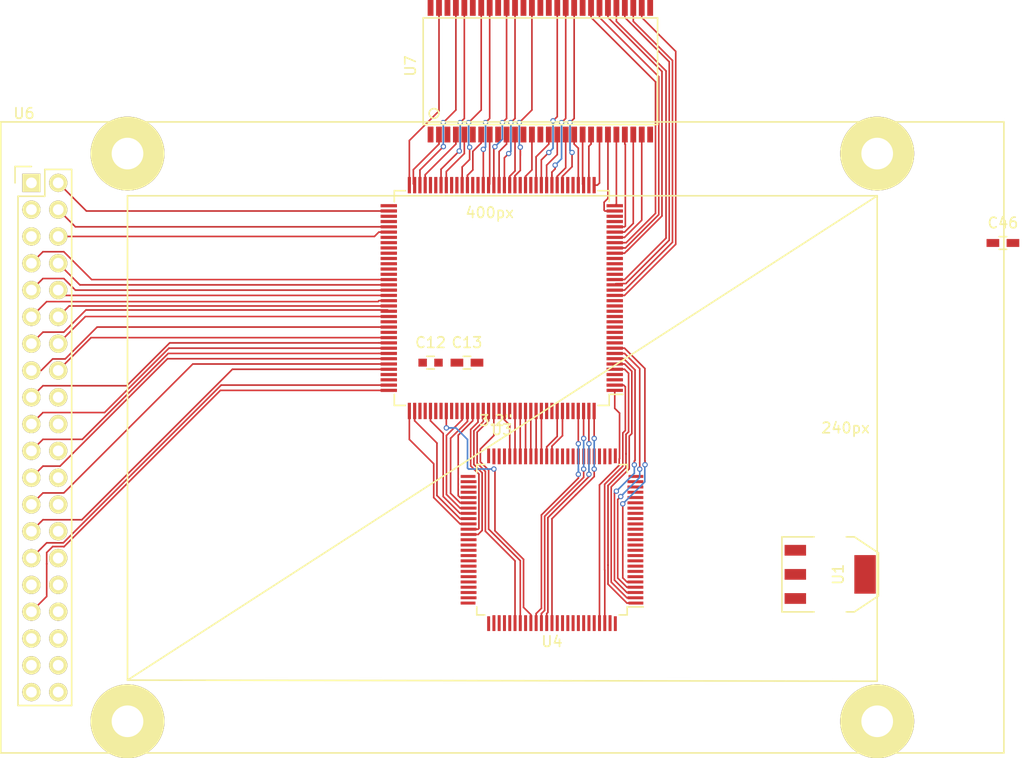
<source format=kicad_pcb>
(kicad_pcb (version 4) (host pcbnew "(2016-02-12 BZR 6554)-stable")

  (general
    (links 169)
    (no_connects 79)
    (area 0 0 0 0)
    (thickness 1.6)
    (drawings 0)
    (tracks 514)
    (zones 0)
    (modules 8)
    (nets 187)
  )

  (page A4)
  (layers
    (0 F.Cu signal)
    (31 B.Cu signal)
    (32 B.Adhes user)
    (33 F.Adhes user)
    (34 B.Paste user)
    (35 F.Paste user)
    (36 B.SilkS user)
    (37 F.SilkS user)
    (38 B.Mask user)
    (39 F.Mask user)
    (40 Dwgs.User user)
    (41 Cmts.User user)
    (42 Eco1.User user)
    (43 Eco2.User user)
    (44 Edge.Cuts user)
    (45 Margin user)
    (46 B.CrtYd user)
    (47 F.CrtYd user)
    (48 B.Fab user)
    (49 F.Fab user)
  )

  (setup
    (last_trace_width 0.153)
    (trace_clearance 0.153)
    (zone_clearance 0.508)
    (zone_45_only no)
    (trace_min 0.153)
    (segment_width 0.2)
    (edge_width 0.1)
    (via_size 0.5)
    (via_drill 0.3)
    (via_min_size 0.4)
    (via_min_drill 0.3)
    (uvia_size 0.3)
    (uvia_drill 0.1)
    (uvias_allowed no)
    (uvia_min_size 0.2)
    (uvia_min_drill 0.1)
    (pcb_text_width 0.3)
    (pcb_text_size 1.5 1.5)
    (mod_edge_width 0.15)
    (mod_text_size 1 1)
    (mod_text_width 0.15)
    (pad_size 1.5 1.5)
    (pad_drill 0.6)
    (pad_to_mask_clearance 0)
    (aux_axis_origin 0 0)
    (visible_elements FFFFFF7F)
    (pcbplotparams
      (layerselection 0x00030_ffffffff)
      (usegerberextensions false)
      (excludeedgelayer true)
      (linewidth 0.100000)
      (plotframeref false)
      (viasonmask false)
      (mode 1)
      (useauxorigin false)
      (hpglpennumber 1)
      (hpglpenspeed 20)
      (hpglpendiameter 15)
      (psnegative false)
      (psa4output false)
      (plotreference true)
      (plotvalue true)
      (plotinvisibletext false)
      (padsonsilk false)
      (subtractmaskfromsilk false)
      (outputformat 1)
      (mirror false)
      (drillshape 1)
      (scaleselection 1)
      (outputdirectory ""))
  )

  (net 0 "")
  (net 1 /FSMC/DA13)
  (net 2 /FSMC/E1_N)
  (net 3 "Net-(C4-Pad1)")
  (net 4 VFPGA33)
  (net 5 GNDD)
  (net 6 +1V2)
  (net 7 "Net-(R2-Pad2)")
  (net 8 "Net-(R3-Pad2)")
  (net 9 /FSMC/A23)
  (net 10 /FSMC/A19)
  (net 11 /FSMC/A20)
  (net 12 /FSMC/A21)
  (net 13 /FSMC/A22)
  (net 14 "Net-(U4-Pad7)")
  (net 15 "Net-(U4-Pad8)")
  (net 16 "Net-(U4-Pad9)")
  (net 17 "Net-(U4-Pad14)")
  (net 18 "Net-(U4-Pad15)")
  (net 19 "Net-(U4-Pad16)")
  (net 20 "Net-(U4-Pad17)")
  (net 21 "Net-(U4-Pad18)")
  (net 22 "Net-(U4-Pad23)")
  (net 23 "Net-(U4-Pad24)")
  (net 24 "Net-(U4-Pad25)")
  (net 25 "Net-(U4-Pad26)")
  (net 26 "Net-(U4-Pad29)")
  (net 27 "Net-(U4-Pad30)")
  (net 28 "Net-(U4-Pad31)")
  (net 29 "Net-(U4-Pad32)")
  (net 30 "Net-(U4-Pad33)")
  (net 31 "Net-(U4-Pad34)")
  (net 32 "Net-(U4-Pad35)")
  (net 33 "Net-(U4-Pad36)")
  (net 34 /FSMC/BOOT1)
  (net 35 /FSMC/DA4)
  (net 36 /FSMC/DA5)
  (net 37 /FSMC/DA6)
  (net 38 /FSMC/DA7)
  (net 39 /FSMC/DA8)
  (net 40 /FSMC/DA9)
  (net 41 /FSMC/DA10)
  (net 42 /FSMC/DA11)
  (net 43 /FSMC/DA12)
  (net 44 "Net-(U4-Pad47)")
  (net 45 "Net-(U4-Pad48)")
  (net 46 "Net-(U4-Pad51)")
  (net 47 "Net-(U4-Pad52)")
  (net 48 "Net-(U4-Pad53)")
  (net 49 "Net-(U4-Pad54)")
  (net 50 /FSMC/DA14)
  (net 51 /FSMC/DA15)
  (net 52 /FSMC/A16)
  (net 53 /FSMC/A17)
  (net 54 /FSMC/A18)
  (net 55 /FSMC/DA0)
  (net 56 /FSMC/DA1)
  (net 57 "Net-(U4-Pad63)")
  (net 58 "Net-(U4-Pad64)")
  (net 59 "Net-(U4-Pad67)")
  (net 60 "Net-(U4-Pad68)")
  (net 61 "Net-(U4-Pad69)")
  (net 62 "Net-(U4-Pad70)")
  (net 63 "Net-(U4-Pad71)")
  (net 64 "Net-(U4-Pad72)")
  (net 65 "Net-(U4-Pad76)")
  (net 66 "Net-(U4-Pad77)")
  (net 67 /FSMC/DA2)
  (net 68 /FSMC/DA3)
  (net 69 /FSMC/CLK)
  (net 70 /FSMC/OE_N)
  (net 71 /FSMC/WE_N)
  (net 72 /FSMC/WAIT_N)
  (net 73 /FSMC/JTDO)
  (net 74 /FSMC/JRST_N)
  (net 75 "Net-(U4-Pad91)")
  (net 76 "Net-(U4-Pad92)")
  (net 77 /FSMC/ADV_N)
  (net 78 "Net-(U4-Pad94)")
  (net 79 "Net-(U4-Pad95)")
  (net 80 "Net-(U4-Pad96)")
  (net 81 /FSMC/BL0_N)
  (net 82 /FSMC/BL1_N)
  (net 83 VSTM33)
  (net 84 GND)
  (net 85 /powersupply/VCAP1)
  (net 86 /powersupply/VCAP2)
  (net 87 "Net-(U6-Pad5)")
  (net 88 "Net-(U6-Pad31)")
  (net 89 "Net-(U6-Pad35)")
  (net 90 "Net-(R14-Pad1)")
  (net 91 "Net-(U6-Pad38)")
  (net 92 "Net-(U6-Pad39)")
  (net 93 "Net-(U6-Pad40)")
  (net 94 /display/DB0)
  (net 95 /display/DB1)
  (net 96 /display/DB2)
  (net 97 /display/RS)
  (net 98 /display/DB3)
  (net 99 /display/WR)
  (net 100 /display/DB4)
  (net 101 /display/RD)
  (net 102 /display/DB5)
  (net 103 /display/DB8)
  (net 104 /display/DB6)
  (net 105 /display/DB9)
  (net 106 /display/DB7)
  (net 107 /display/DB10)
  (net 108 /display/DB11)
  (net 109 /display/DB12)
  (net 110 /display/DB13)
  (net 111 /display/DB14)
  (net 112 /display/DB15)
  (net 113 /display/CS)
  (net 114 /display/RST)
  (net 115 "Net-(U3-Pad73)")
  (net 116 /display/T_CLK)
  (net 117 /display/T_CS)
  (net 118 /display/T_DIN)
  (net 119 /display/T_BUSY)
  (net 120 /display/T_DOUT)
  (net 121 /display/T_IRQ)
  (net 122 /display/SD_SO)
  (net 123 /display/SD_SCK)
  (net 124 /display/SD_SI)
  (net 125 /display/SD_NSS)
  (net 126 /sdram/DQ0)
  (net 127 /sdram/DQ1)
  (net 128 /sdram/DQ2)
  (net 129 /sdram/DQ3)
  (net 130 /sdram/DQ4)
  (net 131 /sdram/DQ5)
  (net 132 /sdram/DQ6)
  (net 133 /sdram/DQ7)
  (net 134 /sdram/DQML)
  (net 135 /sdram/WE)
  (net 136 /sdram/CAS)
  (net 137 /sdram/RAS)
  (net 138 /sdram/CS)
  (net 139 /sdram/BA0)
  (net 140 /sdram/BA1)
  (net 141 /sdram/A10)
  (net 142 /sdram/A0)
  (net 143 /sdram/A1)
  (net 144 /sdram/A2)
  (net 145 /sdram/A3)
  (net 146 /sdram/A4)
  (net 147 /sdram/A5)
  (net 148 /sdram/A6)
  (net 149 /sdram/A7)
  (net 150 /sdram/A8)
  (net 151 /sdram/A9)
  (net 152 /sdram/A11)
  (net 153 "Net-(U7-Pad36)")
  (net 154 /sdram/CKE)
  (net 155 /sdram/CLK)
  (net 156 /sdram/DQMH)
  (net 157 "Net-(U7-Pad40)")
  (net 158 /sdram/DQ8)
  (net 159 /sdram/DQ9)
  (net 160 /sdram/DQ10)
  (net 161 /sdram/DQ11)
  (net 162 /sdram/DQ12)
  (net 163 /sdram/DQ13)
  (net 164 /sdram/DQ14)
  (net 165 /sdram/DQ15)
  (net 166 "Net-(U3-Pad10)")
  (net 167 "Net-(U3-Pad11)")
  (net 168 "Net-(U3-Pad13)")
  (net 169 "Net-(U3-Pad15)")
  (net 170 "Net-(U3-Pad16)")
  (net 171 "Net-(U3-Pad17)")
  (net 172 "Net-(U3-Pad18)")
  (net 173 "Net-(U3-Pad114)")
  (net 174 "Net-(U3-Pad115)")
  (net 175 /sdcard/SDIO_D3)
  (net 176 /sdcard/SDIO_CLK)
  (net 177 /sdcard/SDIO_D0)
  (net 178 /sdcard/SDIO_D1)
  (net 179 /sdcard/SDIO_D2)
  (net 180 /debug/FTMS)
  (net 181 /debug/FTDI)
  (net 182 /debug/FTCK)
  (net 183 /debug/FTDO)
  (net 184 /debug/OSCIN)
  (net 185 /debug/OSCOUT)
  (net 186 /FSMC/SDIO_CMD)

  (net_class Default "This is the default net class."
    (clearance 0.153)
    (trace_width 0.153)
    (via_dia 0.5)
    (via_drill 0.3)
    (uvia_dia 0.3)
    (uvia_drill 0.1)
    (add_net +1V2)
    (add_net /FSMC/A16)
    (add_net /FSMC/A17)
    (add_net /FSMC/A18)
    (add_net /FSMC/A19)
    (add_net /FSMC/A20)
    (add_net /FSMC/A21)
    (add_net /FSMC/A22)
    (add_net /FSMC/A23)
    (add_net /FSMC/ADV_N)
    (add_net /FSMC/BL0_N)
    (add_net /FSMC/BL1_N)
    (add_net /FSMC/BOOT1)
    (add_net /FSMC/CLK)
    (add_net /FSMC/DA0)
    (add_net /FSMC/DA1)
    (add_net /FSMC/DA10)
    (add_net /FSMC/DA11)
    (add_net /FSMC/DA12)
    (add_net /FSMC/DA13)
    (add_net /FSMC/DA14)
    (add_net /FSMC/DA15)
    (add_net /FSMC/DA2)
    (add_net /FSMC/DA3)
    (add_net /FSMC/DA4)
    (add_net /FSMC/DA5)
    (add_net /FSMC/DA6)
    (add_net /FSMC/DA7)
    (add_net /FSMC/DA8)
    (add_net /FSMC/DA9)
    (add_net /FSMC/E1_N)
    (add_net /FSMC/JRST_N)
    (add_net /FSMC/JTDO)
    (add_net /FSMC/OE_N)
    (add_net /FSMC/SDIO_CMD)
    (add_net /FSMC/WAIT_N)
    (add_net /FSMC/WE_N)
    (add_net /debug/FTCK)
    (add_net /debug/FTDI)
    (add_net /debug/FTDO)
    (add_net /debug/FTMS)
    (add_net /debug/OSCIN)
    (add_net /debug/OSCOUT)
    (add_net /display/CS)
    (add_net /display/DB0)
    (add_net /display/DB1)
    (add_net /display/DB10)
    (add_net /display/DB11)
    (add_net /display/DB12)
    (add_net /display/DB13)
    (add_net /display/DB14)
    (add_net /display/DB15)
    (add_net /display/DB2)
    (add_net /display/DB3)
    (add_net /display/DB4)
    (add_net /display/DB5)
    (add_net /display/DB6)
    (add_net /display/DB7)
    (add_net /display/DB8)
    (add_net /display/DB9)
    (add_net /display/RD)
    (add_net /display/RS)
    (add_net /display/RST)
    (add_net /display/SD_NSS)
    (add_net /display/SD_SCK)
    (add_net /display/SD_SI)
    (add_net /display/SD_SO)
    (add_net /display/T_BUSY)
    (add_net /display/T_CLK)
    (add_net /display/T_CS)
    (add_net /display/T_DIN)
    (add_net /display/T_DOUT)
    (add_net /display/T_IRQ)
    (add_net /display/WR)
    (add_net /powersupply/VCAP1)
    (add_net /powersupply/VCAP2)
    (add_net /sdcard/SDIO_CLK)
    (add_net /sdcard/SDIO_CMD)
    (add_net /sdcard/SDIO_D0)
    (add_net /sdcard/SDIO_D1)
    (add_net /sdcard/SDIO_D2)
    (add_net /sdcard/SDIO_D3)
    (add_net /sdram/A0)
    (add_net /sdram/A1)
    (add_net /sdram/A10)
    (add_net /sdram/A11)
    (add_net /sdram/A2)
    (add_net /sdram/A3)
    (add_net /sdram/A4)
    (add_net /sdram/A5)
    (add_net /sdram/A6)
    (add_net /sdram/A7)
    (add_net /sdram/A8)
    (add_net /sdram/A9)
    (add_net /sdram/BA0)
    (add_net /sdram/BA1)
    (add_net /sdram/CAS)
    (add_net /sdram/CKE)
    (add_net /sdram/CLK)
    (add_net /sdram/CS)
    (add_net /sdram/DQ0)
    (add_net /sdram/DQ1)
    (add_net /sdram/DQ10)
    (add_net /sdram/DQ11)
    (add_net /sdram/DQ12)
    (add_net /sdram/DQ13)
    (add_net /sdram/DQ14)
    (add_net /sdram/DQ15)
    (add_net /sdram/DQ2)
    (add_net /sdram/DQ3)
    (add_net /sdram/DQ4)
    (add_net /sdram/DQ5)
    (add_net /sdram/DQ6)
    (add_net /sdram/DQ7)
    (add_net /sdram/DQ8)
    (add_net /sdram/DQ9)
    (add_net /sdram/DQMH)
    (add_net /sdram/DQML)
    (add_net /sdram/RAS)
    (add_net /sdram/WE)
    (add_net GND)
    (add_net GNDD)
    (add_net "Net-(C4-Pad1)")
    (add_net "Net-(CON101-Pad10)")
    (add_net "Net-(CON101-Pad11)")
    (add_net "Net-(CON101-Pad12)")
    (add_net "Net-(CON101-Pad13)")
    (add_net "Net-(R14-Pad1)")
    (add_net "Net-(R2-Pad2)")
    (add_net "Net-(R3-Pad2)")
    (add_net "Net-(U3-Pad10)")
    (add_net "Net-(U3-Pad11)")
    (add_net "Net-(U3-Pad114)")
    (add_net "Net-(U3-Pad115)")
    (add_net "Net-(U3-Pad13)")
    (add_net "Net-(U3-Pad15)")
    (add_net "Net-(U3-Pad16)")
    (add_net "Net-(U3-Pad17)")
    (add_net "Net-(U3-Pad18)")
    (add_net "Net-(U3-Pad73)")
    (add_net "Net-(U4-Pad14)")
    (add_net "Net-(U4-Pad15)")
    (add_net "Net-(U4-Pad16)")
    (add_net "Net-(U4-Pad17)")
    (add_net "Net-(U4-Pad18)")
    (add_net "Net-(U4-Pad23)")
    (add_net "Net-(U4-Pad24)")
    (add_net "Net-(U4-Pad25)")
    (add_net "Net-(U4-Pad26)")
    (add_net "Net-(U4-Pad29)")
    (add_net "Net-(U4-Pad30)")
    (add_net "Net-(U4-Pad31)")
    (add_net "Net-(U4-Pad32)")
    (add_net "Net-(U4-Pad33)")
    (add_net "Net-(U4-Pad34)")
    (add_net "Net-(U4-Pad35)")
    (add_net "Net-(U4-Pad36)")
    (add_net "Net-(U4-Pad47)")
    (add_net "Net-(U4-Pad48)")
    (add_net "Net-(U4-Pad51)")
    (add_net "Net-(U4-Pad52)")
    (add_net "Net-(U4-Pad53)")
    (add_net "Net-(U4-Pad54)")
    (add_net "Net-(U4-Pad63)")
    (add_net "Net-(U4-Pad64)")
    (add_net "Net-(U4-Pad67)")
    (add_net "Net-(U4-Pad68)")
    (add_net "Net-(U4-Pad69)")
    (add_net "Net-(U4-Pad7)")
    (add_net "Net-(U4-Pad70)")
    (add_net "Net-(U4-Pad71)")
    (add_net "Net-(U4-Pad72)")
    (add_net "Net-(U4-Pad76)")
    (add_net "Net-(U4-Pad77)")
    (add_net "Net-(U4-Pad8)")
    (add_net "Net-(U4-Pad9)")
    (add_net "Net-(U4-Pad91)")
    (add_net "Net-(U4-Pad92)")
    (add_net "Net-(U4-Pad94)")
    (add_net "Net-(U4-Pad95)")
    (add_net "Net-(U4-Pad96)")
    (add_net "Net-(U6-Pad31)")
    (add_net "Net-(U6-Pad35)")
    (add_net "Net-(U6-Pad38)")
    (add_net "Net-(U6-Pad39)")
    (add_net "Net-(U6-Pad40)")
    (add_net "Net-(U6-Pad5)")
    (add_net "Net-(U7-Pad36)")
    (add_net "Net-(U7-Pad40)")
    (add_net VFPGA33)
    (add_net VSTM33)
  )

  (module itead-display:ITDB02-3.2WD (layer F.Cu) (tedit 56C6AB88) (tstamp 56C69EE3)
    (at 29 47.479)
    (path /563244F7/56C57ED6)
    (fp_text reference U6 (at -0.7 -6.575) (layer F.SilkS)
      (effects (font (size 1 1) (thickness 0.15)))
    )
    (fp_text value ITDB02-3.2WD (at 9.3 -6.575) (layer F.Fab)
      (effects (font (size 1 1) (thickness 0.15)))
    )
    (fp_text user 240px (at 77.1 23.225) (layer F.SilkS)
      (effects (font (size 1 1) (thickness 0.15)))
    )
    (fp_text user 400px (at 43.4 2.825) (layer F.SilkS)
      (effects (font (size 1 1) (thickness 0.15)))
    )
    (fp_text user 3.2" (at 44 22.525) (layer F.SilkS)
      (effects (font (size 1 1) (thickness 0.15)))
    )
    (fp_line (start 9.1 47.125) (end 80.1 1.225) (layer F.SilkS) (width 0.15))
    (fp_line (start 9.1 47.125) (end 9.1 1.225) (layer F.SilkS) (width 0.15))
    (fp_line (start 80.1 47.225) (end 9.1 47.125) (layer F.SilkS) (width 0.15))
    (fp_line (start 80.1 1.225) (end 80.1 47.225) (layer F.SilkS) (width 0.15))
    (fp_line (start 9.1 1.225) (end 80.1 1.225) (layer F.SilkS) (width 0.15))
    (fp_line (start -2.9 54.025) (end -2.9 -5.775) (layer F.SilkS) (width 0.15))
    (fp_line (start 92.1 54.025) (end -2.9 54.025) (layer F.SilkS) (width 0.15))
    (fp_line (start 92.1 -5.775) (end 92.1 54.025) (layer F.SilkS) (width 0.15))
    (fp_line (start -2.9 -5.775) (end 92.1 -5.775) (layer F.SilkS) (width 0.15))
    (fp_line (start -1.75 -1.7504) (end -1.75 50.0496) (layer F.CrtYd) (width 0.05))
    (fp_line (start 4.3 -1.7504) (end 4.3 50.0496) (layer F.CrtYd) (width 0.05))
    (fp_line (start -1.75 -1.7504) (end 4.3 -1.7504) (layer F.CrtYd) (width 0.05))
    (fp_line (start -1.75 50.0496) (end 4.3 50.0496) (layer F.CrtYd) (width 0.05))
    (fp_line (start 3.81 49.5296) (end 3.81 -1.2704) (layer F.SilkS) (width 0.15))
    (fp_line (start -1.27 1.2696) (end -1.27 49.5296) (layer F.SilkS) (width 0.15))
    (fp_line (start 3.81 49.5296) (end -1.27 49.5296) (layer F.SilkS) (width 0.15))
    (fp_line (start 3.81 -1.2704) (end 1.27 -1.2704) (layer F.SilkS) (width 0.15))
    (fp_line (start 0 -1.5504) (end -1.55 -1.5504) (layer F.SilkS) (width 0.15))
    (fp_line (start 1.27 -1.2704) (end 1.27 1.2696) (layer F.SilkS) (width 0.15))
    (fp_line (start 1.27 1.2696) (end -1.27 1.2696) (layer F.SilkS) (width 0.15))
    (fp_line (start -1.55 -1.5504) (end -1.55 -0.0004) (layer F.SilkS) (width 0.15))
    (pad 1 thru_hole rect (at 0 -0.0004) (size 1.7272 1.7272) (drill 1.016) (layers *.Cu *.Mask F.SilkS)
      (net 5 GNDD))
    (pad 2 thru_hole oval (at 2.54 -0.0004) (size 1.7272 1.7272) (drill 1.016) (layers *.Cu *.Mask F.SilkS)
      (net 94 /display/DB0))
    (pad 3 thru_hole oval (at 0 2.5396) (size 1.7272 1.7272) (drill 1.016) (layers *.Cu *.Mask F.SilkS)
      (net 4 VFPGA33))
    (pad 4 thru_hole oval (at 2.54 2.5396) (size 1.7272 1.7272) (drill 1.016) (layers *.Cu *.Mask F.SilkS)
      (net 95 /display/DB1))
    (pad 5 thru_hole oval (at 0 5.0796) (size 1.7272 1.7272) (drill 1.016) (layers *.Cu *.Mask F.SilkS)
      (net 87 "Net-(U6-Pad5)"))
    (pad 6 thru_hole oval (at 2.54 5.0796) (size 1.7272 1.7272) (drill 1.016) (layers *.Cu *.Mask F.SilkS)
      (net 96 /display/DB2))
    (pad 7 thru_hole oval (at 0 7.6196) (size 1.7272 1.7272) (drill 1.016) (layers *.Cu *.Mask F.SilkS)
      (net 97 /display/RS))
    (pad 8 thru_hole oval (at 2.54 7.6196) (size 1.7272 1.7272) (drill 1.016) (layers *.Cu *.Mask F.SilkS)
      (net 98 /display/DB3))
    (pad 9 thru_hole oval (at 0 10.1596) (size 1.7272 1.7272) (drill 1.016) (layers *.Cu *.Mask F.SilkS)
      (net 99 /display/WR))
    (pad 10 thru_hole oval (at 2.54 10.1596) (size 1.7272 1.7272) (drill 1.016) (layers *.Cu *.Mask F.SilkS)
      (net 100 /display/DB4))
    (pad 11 thru_hole oval (at 0 12.6996) (size 1.7272 1.7272) (drill 1.016) (layers *.Cu *.Mask F.SilkS)
      (net 101 /display/RD))
    (pad 12 thru_hole oval (at 2.54 12.6996) (size 1.7272 1.7272) (drill 1.016) (layers *.Cu *.Mask F.SilkS)
      (net 102 /display/DB5))
    (pad 13 thru_hole oval (at 0 15.2396) (size 1.7272 1.7272) (drill 1.016) (layers *.Cu *.Mask F.SilkS)
      (net 103 /display/DB8))
    (pad 14 thru_hole oval (at 2.54 15.2396) (size 1.7272 1.7272) (drill 1.016) (layers *.Cu *.Mask F.SilkS)
      (net 104 /display/DB6))
    (pad 15 thru_hole oval (at 0 17.7796) (size 1.7272 1.7272) (drill 1.016) (layers *.Cu *.Mask F.SilkS)
      (net 105 /display/DB9))
    (pad 16 thru_hole oval (at 2.54 17.7796) (size 1.7272 1.7272) (drill 1.016) (layers *.Cu *.Mask F.SilkS)
      (net 106 /display/DB7))
    (pad 17 thru_hole oval (at 0 20.3196) (size 1.7272 1.7272) (drill 1.016) (layers *.Cu *.Mask F.SilkS)
      (net 107 /display/DB10))
    (pad 18 thru_hole oval (at 2.54 20.3196) (size 1.7272 1.7272) (drill 1.016) (layers *.Cu *.Mask F.SilkS)
      (net 116 /display/T_CLK))
    (pad 19 thru_hole oval (at 0 22.8596) (size 1.7272 1.7272) (drill 1.016) (layers *.Cu *.Mask F.SilkS)
      (net 108 /display/DB11))
    (pad 20 thru_hole oval (at 2.54 22.8596) (size 1.7272 1.7272) (drill 1.016) (layers *.Cu *.Mask F.SilkS)
      (net 117 /display/T_CS))
    (pad 21 thru_hole oval (at 0 25.3996) (size 1.7272 1.7272) (drill 1.016) (layers *.Cu *.Mask F.SilkS)
      (net 109 /display/DB12))
    (pad 22 thru_hole oval (at 2.54 25.3996) (size 1.7272 1.7272) (drill 1.016) (layers *.Cu *.Mask F.SilkS)
      (net 118 /display/T_DIN))
    (pad 23 thru_hole oval (at 0 27.9396) (size 1.7272 1.7272) (drill 1.016) (layers *.Cu *.Mask F.SilkS)
      (net 110 /display/DB13))
    (pad 24 thru_hole oval (at 2.54 27.9396) (size 1.7272 1.7272) (drill 1.016) (layers *.Cu *.Mask F.SilkS)
      (net 119 /display/T_BUSY))
    (pad 25 thru_hole oval (at 0 30.4796) (size 1.7272 1.7272) (drill 1.016) (layers *.Cu *.Mask F.SilkS)
      (net 111 /display/DB14))
    (pad 26 thru_hole oval (at 2.54 30.4796) (size 1.7272 1.7272) (drill 1.016) (layers *.Cu *.Mask F.SilkS)
      (net 120 /display/T_DOUT))
    (pad 27 thru_hole oval (at 0 33.0196) (size 1.7272 1.7272) (drill 1.016) (layers *.Cu *.Mask F.SilkS)
      (net 112 /display/DB15))
    (pad 28 thru_hole oval (at 2.54 33.0196) (size 1.7272 1.7272) (drill 1.016) (layers *.Cu *.Mask F.SilkS)
      (net 121 /display/T_IRQ))
    (pad 29 thru_hole oval (at 0 35.5596) (size 1.7272 1.7272) (drill 1.016) (layers *.Cu *.Mask F.SilkS)
      (net 113 /display/CS))
    (pad 30 thru_hole oval (at 2.54 35.5596) (size 1.7272 1.7272) (drill 1.016) (layers *.Cu *.Mask F.SilkS)
      (net 122 /display/SD_SO))
    (pad 31 thru_hole oval (at 0 38.0996) (size 1.7272 1.7272) (drill 1.016) (layers *.Cu *.Mask F.SilkS)
      (net 88 "Net-(U6-Pad31)"))
    (pad 32 thru_hole oval (at 2.54 38.0996) (size 1.7272 1.7272) (drill 1.016) (layers *.Cu *.Mask F.SilkS)
      (net 123 /display/SD_SCK))
    (pad 33 thru_hole oval (at 0 40.6396) (size 1.7272 1.7272) (drill 1.016) (layers *.Cu *.Mask F.SilkS)
      (net 114 /display/RST))
    (pad 34 thru_hole oval (at 2.54 40.6396) (size 1.7272 1.7272) (drill 1.016) (layers *.Cu *.Mask F.SilkS)
      (net 124 /display/SD_SI))
    (pad 35 thru_hole oval (at 0 43.1796) (size 1.7272 1.7272) (drill 1.016) (layers *.Cu *.Mask F.SilkS)
      (net 89 "Net-(U6-Pad35)"))
    (pad 36 thru_hole oval (at 2.54 43.1796) (size 1.7272 1.7272) (drill 1.016) (layers *.Cu *.Mask F.SilkS)
      (net 125 /display/SD_NSS))
    (pad 37 thru_hole oval (at 0 45.7196) (size 1.7272 1.7272) (drill 1.016) (layers *.Cu *.Mask F.SilkS)
      (net 90 "Net-(R14-Pad1)"))
    (pad 38 thru_hole oval (at 2.54 45.7196) (size 1.7272 1.7272) (drill 1.016) (layers *.Cu *.Mask F.SilkS)
      (net 91 "Net-(U6-Pad38)"))
    (pad 39 thru_hole oval (at 0 48.2596) (size 1.7272 1.7272) (drill 1.016) (layers *.Cu *.Mask F.SilkS)
      (net 92 "Net-(U6-Pad39)"))
    (pad 40 thru_hole oval (at 2.54 48.2596) (size 1.7272 1.7272) (drill 1.016) (layers *.Cu *.Mask F.SilkS)
      (net 93 "Net-(U6-Pad40)"))
    (pad "" np_thru_hole circle (at 9.1 -2.775) (size 7 7) (drill 3) (layers *.Cu *.Mask F.SilkS))
    (pad "" np_thru_hole circle (at 9.1 51.025) (size 7 7) (drill 3) (layers *.Cu *.Mask F.SilkS))
    (pad "" np_thru_hole circle (at 80.1 -2.775) (size 7 7) (drill 3) (layers *.Cu *.Mask F.SilkS))
    (pad "" np_thru_hole circle (at 80.1 51.025) (size 7 7) (drill 3) (layers *.Cu *.Mask F.SilkS))
    (model Pin_Headers.3dshapes/Pin_Header_Straight_2x20.wrl
      (at (xyz 0.05 -0.95 0))
      (scale (xyz 1 1 1))
      (rotate (xyz 0 0 90))
    )
  )

  (module smd:TSOP-54 (layer F.Cu) (tedit 56C6D015) (tstamp 56C6E984)
    (at 66.8 42.9)
    (path /563244F7/56C702B2)
    (fp_text reference U7 (at -1.9 -6.5 90) (layer F.SilkS)
      (effects (font (size 1 1) (thickness 0.15)))
    )
    (fp_text value IS42S16800F (at 10.05 -5.8) (layer F.Fab)
      (effects (font (size 1 1) (thickness 0.15)))
    )
    (fp_circle (center 0.323502 -2) (end 0.55 -1.6) (layer F.SilkS) (width 0.15))
    (fp_line (start 21.5 -11.05) (end -0.7 -11.05) (layer F.SilkS) (width 0.15))
    (fp_line (start 21.5 -0.95) (end 21.5 -11.05) (layer F.SilkS) (width 0.15))
    (fp_line (start -0.7 -0.95) (end 21.5 -0.95) (layer F.SilkS) (width 0.15))
    (fp_line (start -0.7 -11.05) (end -0.7 -0.95) (layer F.SilkS) (width 0.15))
    (pad 1 smd rect (at 0 0) (size 0.55 1.5) (layers F.Cu F.Paste F.Mask)
      (net 4 VFPGA33))
    (pad 2 smd rect (at 0.8 0) (size 0.55 1.5) (layers F.Cu F.Paste F.Mask)
      (net 126 /sdram/DQ0))
    (pad 3 smd rect (at 1.6 0) (size 0.55 1.5) (layers F.Cu F.Paste F.Mask)
      (net 5 GNDD))
    (pad 4 smd rect (at 2.4 0) (size 0.55 1.5) (layers F.Cu F.Paste F.Mask)
      (net 127 /sdram/DQ1))
    (pad 5 smd rect (at 3.2 0) (size 0.55 1.5) (layers F.Cu F.Paste F.Mask)
      (net 128 /sdram/DQ2))
    (pad 6 smd rect (at 4 0) (size 0.55 1.5) (layers F.Cu F.Paste F.Mask)
      (net 5 GNDD))
    (pad 7 smd rect (at 4.8 0) (size 0.55 1.5) (layers F.Cu F.Paste F.Mask)
      (net 129 /sdram/DQ3))
    (pad 8 smd rect (at 5.6 0) (size 0.55 1.5) (layers F.Cu F.Paste F.Mask)
      (net 130 /sdram/DQ4))
    (pad 9 smd rect (at 6.4 0) (size 0.55 1.5) (layers F.Cu F.Paste F.Mask)
      (net 5 GNDD))
    (pad 10 smd rect (at 7.2 0) (size 0.55 1.5) (layers F.Cu F.Paste F.Mask)
      (net 131 /sdram/DQ5))
    (pad 11 smd rect (at 8 0) (size 0.55 1.5) (layers F.Cu F.Paste F.Mask)
      (net 132 /sdram/DQ6))
    (pad 12 smd rect (at 8.8 0) (size 0.55 1.5) (layers F.Cu F.Paste F.Mask)
      (net 5 GNDD))
    (pad 13 smd rect (at 9.6 0) (size 0.55 1.5) (layers F.Cu F.Paste F.Mask)
      (net 133 /sdram/DQ7))
    (pad 14 smd rect (at 10.4 0) (size 0.55 1.5) (layers F.Cu F.Paste F.Mask)
      (net 4 VFPGA33))
    (pad 15 smd rect (at 11.2 0) (size 0.55 1.5) (layers F.Cu F.Paste F.Mask)
      (net 134 /sdram/DQML))
    (pad 16 smd rect (at 12 0) (size 0.55 1.5) (layers F.Cu F.Paste F.Mask)
      (net 135 /sdram/WE))
    (pad 17 smd rect (at 12.8 0) (size 0.55 1.5) (layers F.Cu F.Paste F.Mask)
      (net 136 /sdram/CAS))
    (pad 18 smd rect (at 13.6 0) (size 0.55 1.5) (layers F.Cu F.Paste F.Mask)
      (net 137 /sdram/RAS))
    (pad 19 smd rect (at 14.4 0) (size 0.55 1.5) (layers F.Cu F.Paste F.Mask)
      (net 138 /sdram/CS))
    (pad 20 smd rect (at 15.2 0) (size 0.55 1.5) (layers F.Cu F.Paste F.Mask)
      (net 139 /sdram/BA0))
    (pad 21 smd rect (at 16 0) (size 0.55 1.5) (layers F.Cu F.Paste F.Mask)
      (net 140 /sdram/BA1))
    (pad 22 smd rect (at 16.8 0) (size 0.55 1.5) (layers F.Cu F.Paste F.Mask)
      (net 141 /sdram/A10))
    (pad 23 smd rect (at 17.6 0) (size 0.55 1.5) (layers F.Cu F.Paste F.Mask)
      (net 142 /sdram/A0))
    (pad 24 smd rect (at 18.4 0) (size 0.55 1.5) (layers F.Cu F.Paste F.Mask)
      (net 143 /sdram/A1))
    (pad 25 smd rect (at 19.2 0) (size 0.55 1.5) (layers F.Cu F.Paste F.Mask)
      (net 144 /sdram/A2))
    (pad 26 smd rect (at 20 0) (size 0.55 1.5) (layers F.Cu F.Paste F.Mask)
      (net 145 /sdram/A3))
    (pad 27 smd rect (at 20.8 0) (size 0.55 1.5) (layers F.Cu F.Paste F.Mask)
      (net 4 VFPGA33))
    (pad 28 smd rect (at 20.8 -12) (size 0.55 1.5) (layers F.Cu F.Paste F.Mask)
      (net 4 VFPGA33))
    (pad 29 smd rect (at 20 -12) (size 0.55 1.5) (layers F.Cu F.Paste F.Mask)
      (net 146 /sdram/A4))
    (pad 30 smd rect (at 19.2 -12) (size 0.55 1.5) (layers F.Cu F.Paste F.Mask)
      (net 147 /sdram/A5))
    (pad 31 smd rect (at 18.4 -12) (size 0.55 1.5) (layers F.Cu F.Paste F.Mask)
      (net 148 /sdram/A6))
    (pad 32 smd rect (at 17.6 -12) (size 0.55 1.5) (layers F.Cu F.Paste F.Mask)
      (net 149 /sdram/A7))
    (pad 33 smd rect (at 16.8 -12) (size 0.55 1.5) (layers F.Cu F.Paste F.Mask)
      (net 150 /sdram/A8))
    (pad 34 smd rect (at 16 -12) (size 0.55 1.5) (layers F.Cu F.Paste F.Mask)
      (net 151 /sdram/A9))
    (pad 35 smd rect (at 15.2 -12) (size 0.55 1.5) (layers F.Cu F.Paste F.Mask)
      (net 152 /sdram/A11))
    (pad 36 smd rect (at 14.4 -12) (size 0.55 1.5) (layers F.Cu F.Paste F.Mask)
      (net 153 "Net-(U7-Pad36)"))
    (pad 37 smd rect (at 13.6 -12) (size 0.55 1.5) (layers F.Cu F.Paste F.Mask)
      (net 154 /sdram/CKE))
    (pad 38 smd rect (at 12.8 -12) (size 0.55 1.5) (layers F.Cu F.Paste F.Mask)
      (net 155 /sdram/CLK))
    (pad 39 smd rect (at 12 -12) (size 0.55 1.5) (layers F.Cu F.Paste F.Mask)
      (net 156 /sdram/DQMH))
    (pad 40 smd rect (at 11.2 -12) (size 0.55 1.5) (layers F.Cu F.Paste F.Mask)
      (net 157 "Net-(U7-Pad40)"))
    (pad 41 smd rect (at 10.4 -12) (size 0.55 1.5) (layers F.Cu F.Paste F.Mask)
      (net 4 VFPGA33))
    (pad 42 smd rect (at 9.6 -12) (size 0.55 1.5) (layers F.Cu F.Paste F.Mask)
      (net 158 /sdram/DQ8))
    (pad 43 smd rect (at 8.8 -12) (size 0.55 1.5) (layers F.Cu F.Paste F.Mask)
      (net 5 GNDD))
    (pad 44 smd rect (at 8 -12) (size 0.55 1.5) (layers F.Cu F.Paste F.Mask)
      (net 159 /sdram/DQ9))
    (pad 45 smd rect (at 7.2 -12) (size 0.55 1.5) (layers F.Cu F.Paste F.Mask)
      (net 160 /sdram/DQ10))
    (pad 46 smd rect (at 6.4 -12) (size 0.55 1.5) (layers F.Cu F.Paste F.Mask)
      (net 5 GNDD))
    (pad 47 smd rect (at 5.6 -12) (size 0.55 1.5) (layers F.Cu F.Paste F.Mask)
      (net 161 /sdram/DQ11))
    (pad 48 smd rect (at 4.8 -12) (size 0.55 1.5) (layers F.Cu F.Paste F.Mask)
      (net 162 /sdram/DQ12))
    (pad 49 smd rect (at 4 -12) (size 0.55 1.5) (layers F.Cu F.Paste F.Mask)
      (net 5 GNDD))
    (pad 50 smd rect (at 3.2 -12) (size 0.55 1.5) (layers F.Cu F.Paste F.Mask)
      (net 163 /sdram/DQ13))
    (pad 51 smd rect (at 2.4 -12) (size 0.55 1.5) (layers F.Cu F.Paste F.Mask)
      (net 164 /sdram/DQ14))
    (pad 52 smd rect (at 1.6 -12) (size 0.55 1.5) (layers F.Cu F.Paste F.Mask)
      (net 5 GNDD))
    (pad 53 smd rect (at 0.8 -12) (size 0.55 1.5) (layers F.Cu F.Paste F.Mask)
      (net 165 /sdram/DQ15))
    (pad 54 smd rect (at 0 -12) (size 0.55 1.5) (layers F.Cu F.Paste F.Mask)
      (net 4 VFPGA33))
  )

  (module Housings_QFP:LQFP-144_20x20mm_Pitch0.5mm (layer F.Cu) (tedit 54130A77) (tstamp 56C45027)
    (at 73.543728 58.395542 180)
    (descr "144-Lead Plastic Low Profile Quad Flatpack (PL) - 20x20x1.40 mm Body [LQFP], 2.00 mm Footprint (see Microchip Packaging Specification 00000049BS.pdf)")
    (tags "QFP 0.5")
    (path /563244F7/56323459)
    (attr smd)
    (fp_text reference U3 (at 0 -12.475 180) (layer F.SilkS)
      (effects (font (size 1 1) (thickness 0.15)))
    )
    (fp_text value LFXP2-5E-6TN144C (at 0 12.475 180) (layer F.Fab)
      (effects (font (size 1 1) (thickness 0.15)))
    )
    (fp_line (start -11.75 -11.75) (end -11.75 11.75) (layer F.CrtYd) (width 0.05))
    (fp_line (start 11.75 -11.75) (end 11.75 11.75) (layer F.CrtYd) (width 0.05))
    (fp_line (start -11.75 -11.75) (end 11.75 -11.75) (layer F.CrtYd) (width 0.05))
    (fp_line (start -11.75 11.75) (end 11.75 11.75) (layer F.CrtYd) (width 0.05))
    (fp_line (start -10.175 -10.175) (end -10.175 -9.125) (layer F.SilkS) (width 0.15))
    (fp_line (start 10.175 -10.175) (end 10.175 -9.125) (layer F.SilkS) (width 0.15))
    (fp_line (start 10.175 10.175) (end 10.175 9.125) (layer F.SilkS) (width 0.15))
    (fp_line (start -10.175 10.175) (end -10.175 9.125) (layer F.SilkS) (width 0.15))
    (fp_line (start -10.175 -10.175) (end -9.125 -10.175) (layer F.SilkS) (width 0.15))
    (fp_line (start -10.175 10.175) (end -9.125 10.175) (layer F.SilkS) (width 0.15))
    (fp_line (start 10.175 10.175) (end 9.125 10.175) (layer F.SilkS) (width 0.15))
    (fp_line (start 10.175 -10.175) (end 9.125 -10.175) (layer F.SilkS) (width 0.15))
    (fp_line (start -10.175 -9.125) (end -11.475 -9.125) (layer F.SilkS) (width 0.15))
    (pad 1 smd rect (at -10.7 -8.75 180) (size 1.55 0.3) (layers F.Cu F.Paste F.Mask)
      (net 81 /FSMC/BL0_N))
    (pad 2 smd rect (at -10.7 -8.25 180) (size 1.55 0.3) (layers F.Cu F.Paste F.Mask)
      (net 82 /FSMC/BL1_N))
    (pad 3 smd rect (at -10.7 -7.75 180) (size 1.55 0.3) (layers F.Cu F.Paste F.Mask)
      (net 84 GND))
    (pad 4 smd rect (at -10.7 -7.25 180) (size 1.55 0.3) (layers F.Cu F.Paste F.Mask)
      (net 4 VFPGA33))
    (pad 5 smd rect (at -10.7 -6.75 180) (size 1.55 0.3) (layers F.Cu F.Paste F.Mask)
      (net 9 /FSMC/A23))
    (pad 6 smd rect (at -10.7 -6.25 180) (size 1.55 0.3) (layers F.Cu F.Paste F.Mask)
      (net 10 /FSMC/A19))
    (pad 7 smd rect (at -10.7 -5.75 180) (size 1.55 0.3) (layers F.Cu F.Paste F.Mask)
      (net 11 /FSMC/A20))
    (pad 8 smd rect (at -10.7 -5.25 180) (size 1.55 0.3) (layers F.Cu F.Paste F.Mask)
      (net 12 /FSMC/A21))
    (pad 9 smd rect (at -10.7 -4.75 180) (size 1.55 0.3) (layers F.Cu F.Paste F.Mask)
      (net 13 /FSMC/A22))
    (pad 10 smd rect (at -10.7 -4.25 180) (size 1.55 0.3) (layers F.Cu F.Paste F.Mask)
      (net 166 "Net-(U3-Pad10)"))
    (pad 11 smd rect (at -10.7 -3.75 180) (size 1.55 0.3) (layers F.Cu F.Paste F.Mask)
      (net 167 "Net-(U3-Pad11)"))
    (pad 12 smd rect (at -10.7 -3.25 180) (size 1.55 0.3) (layers F.Cu F.Paste F.Mask)
      (net 84 GND))
    (pad 13 smd rect (at -10.7 -2.75 180) (size 1.55 0.3) (layers F.Cu F.Paste F.Mask)
      (net 168 "Net-(U3-Pad13)"))
    (pad 14 smd rect (at -10.7 -2.25 180) (size 1.55 0.3) (layers F.Cu F.Paste F.Mask)
      (net 4 VFPGA33))
    (pad 15 smd rect (at -10.7 -1.75 180) (size 1.55 0.3) (layers F.Cu F.Paste F.Mask)
      (net 169 "Net-(U3-Pad15)"))
    (pad 16 smd rect (at -10.7 -1.25 180) (size 1.55 0.3) (layers F.Cu F.Paste F.Mask)
      (net 170 "Net-(U3-Pad16)"))
    (pad 17 smd rect (at -10.7 -0.75 180) (size 1.55 0.3) (layers F.Cu F.Paste F.Mask)
      (net 171 "Net-(U3-Pad17)"))
    (pad 18 smd rect (at -10.7 -0.25 180) (size 1.55 0.3) (layers F.Cu F.Paste F.Mask)
      (net 172 "Net-(U3-Pad18)"))
    (pad 19 smd rect (at -10.7 0.25 180) (size 1.55 0.3) (layers F.Cu F.Paste F.Mask)
      (net 146 /sdram/A4))
    (pad 20 smd rect (at -10.7 0.75 180) (size 1.55 0.3) (layers F.Cu F.Paste F.Mask)
      (net 147 /sdram/A5))
    (pad 21 smd rect (at -10.7 1.25 180) (size 1.55 0.3) (layers F.Cu F.Paste F.Mask)
      (net 148 /sdram/A6))
    (pad 22 smd rect (at -10.7 1.75 180) (size 1.55 0.3) (layers F.Cu F.Paste F.Mask)
      (net 149 /sdram/A7))
    (pad 23 smd rect (at -10.7 2.25 180) (size 1.55 0.3) (layers F.Cu F.Paste F.Mask)
      (net 4 VFPGA33))
    (pad 24 smd rect (at -10.7 2.75 180) (size 1.55 0.3) (layers F.Cu F.Paste F.Mask)
      (net 6 +1V2))
    (pad 25 smd rect (at -10.7 3.25 180) (size 1.55 0.3) (layers F.Cu F.Paste F.Mask)
      (net 7 "Net-(R2-Pad2)"))
    (pad 26 smd rect (at -10.7 3.75 180) (size 1.55 0.3) (layers F.Cu F.Paste F.Mask)
      (net 8 "Net-(R3-Pad2)"))
    (pad 27 smd rect (at -10.7 4.25 180) (size 1.55 0.3) (layers F.Cu F.Paste F.Mask)
      (net 150 /sdram/A8))
    (pad 28 smd rect (at -10.7 4.75 180) (size 1.55 0.3) (layers F.Cu F.Paste F.Mask)
      (net 151 /sdram/A9))
    (pad 29 smd rect (at -10.7 5.25 180) (size 1.55 0.3) (layers F.Cu F.Paste F.Mask)
      (net 152 /sdram/A11))
    (pad 30 smd rect (at -10.7 5.75 180) (size 1.55 0.3) (layers F.Cu F.Paste F.Mask)
      (net 145 /sdram/A3))
    (pad 31 smd rect (at -10.7 6.25 180) (size 1.55 0.3) (layers F.Cu F.Paste F.Mask)
      (net 144 /sdram/A2))
    (pad 32 smd rect (at -10.7 6.75 180) (size 1.55 0.3) (layers F.Cu F.Paste F.Mask)
      (net 143 /sdram/A1))
    (pad 33 smd rect (at -10.7 7.25 180) (size 1.55 0.3) (layers F.Cu F.Paste F.Mask)
      (net 4 VFPGA33))
    (pad 34 smd rect (at -10.7 7.75 180) (size 1.55 0.3) (layers F.Cu F.Paste F.Mask)
      (net 84 GND))
    (pad 35 smd rect (at -10.7 8.25 180) (size 1.55 0.3) (layers F.Cu F.Paste F.Mask)
      (net 141 /sdram/A10))
    (pad 36 smd rect (at -10.7 8.75 180) (size 1.55 0.3) (layers F.Cu F.Paste F.Mask)
      (net 142 /sdram/A0))
    (pad 37 smd rect (at -8.75 10.7 270) (size 1.55 0.3) (layers F.Cu F.Paste F.Mask)
      (net 140 /sdram/BA1))
    (pad 38 smd rect (at -8.25 10.7 270) (size 1.55 0.3) (layers F.Cu F.Paste F.Mask)
      (net 139 /sdram/BA0))
    (pad 39 smd rect (at -7.75 10.7 270) (size 1.55 0.3) (layers F.Cu F.Paste F.Mask)
      (net 138 /sdram/CS))
    (pad 40 smd rect (at -7.25 10.7 270) (size 1.55 0.3) (layers F.Cu F.Paste F.Mask)
      (net 137 /sdram/RAS))
    (pad 41 smd rect (at -6.75 10.7 270) (size 1.55 0.3) (layers F.Cu F.Paste F.Mask)
      (net 84 GND))
    (pad 42 smd rect (at -6.25 10.7 270) (size 1.55 0.3) (layers F.Cu F.Paste F.Mask)
      (net 4 VFPGA33))
    (pad 43 smd rect (at -5.75 10.7 270) (size 1.55 0.3) (layers F.Cu F.Paste F.Mask)
      (net 154 /sdram/CKE))
    (pad 44 smd rect (at -5.25 10.7 270) (size 1.55 0.3) (layers F.Cu F.Paste F.Mask)
      (net 136 /sdram/CAS))
    (pad 45 smd rect (at -4.75 10.7 270) (size 1.55 0.3) (layers F.Cu F.Paste F.Mask)
      (net 155 /sdram/CLK))
    (pad 46 smd rect (at -4.25 10.7 270) (size 1.55 0.3) (layers F.Cu F.Paste F.Mask)
      (net 135 /sdram/WE))
    (pad 47 smd rect (at -3.75 10.7 270) (size 1.55 0.3) (layers F.Cu F.Paste F.Mask)
      (net 156 /sdram/DQMH))
    (pad 48 smd rect (at -3.25 10.7 270) (size 1.55 0.3) (layers F.Cu F.Paste F.Mask)
      (net 134 /sdram/DQML))
    (pad 49 smd rect (at -2.75 10.7 270) (size 1.55 0.3) (layers F.Cu F.Paste F.Mask)
      (net 4 VFPGA33))
    (pad 50 smd rect (at -2.25 10.7 270) (size 1.55 0.3) (layers F.Cu F.Paste F.Mask)
      (net 133 /sdram/DQ7))
    (pad 51 smd rect (at -1.75 10.7 270) (size 1.55 0.3) (layers F.Cu F.Paste F.Mask)
      (net 84 GND))
    (pad 52 smd rect (at -1.25 10.7 270) (size 1.55 0.3) (layers F.Cu F.Paste F.Mask)
      (net 158 /sdram/DQ8))
    (pad 53 smd rect (at -0.75 10.7 270) (size 1.55 0.3) (layers F.Cu F.Paste F.Mask)
      (net 132 /sdram/DQ6))
    (pad 54 smd rect (at -0.25 10.7 270) (size 1.55 0.3) (layers F.Cu F.Paste F.Mask)
      (net 159 /sdram/DQ9))
    (pad 55 smd rect (at 0.25 10.7 270) (size 1.55 0.3) (layers F.Cu F.Paste F.Mask)
      (net 131 /sdram/DQ5))
    (pad 56 smd rect (at 0.75 10.7 270) (size 1.55 0.3) (layers F.Cu F.Paste F.Mask)
      (net 160 /sdram/DQ10))
    (pad 57 smd rect (at 1.25 10.7 270) (size 1.55 0.3) (layers F.Cu F.Paste F.Mask)
      (net 130 /sdram/DQ4))
    (pad 58 smd rect (at 1.75 10.7 270) (size 1.55 0.3) (layers F.Cu F.Paste F.Mask)
      (net 161 /sdram/DQ11))
    (pad 59 smd rect (at 2.25 10.7 270) (size 1.55 0.3) (layers F.Cu F.Paste F.Mask)
      (net 6 +1V2))
    (pad 60 smd rect (at 2.75 10.7 270) (size 1.55 0.3) (layers F.Cu F.Paste F.Mask)
      (net 4 VFPGA33))
    (pad 61 smd rect (at 3.25 10.7 270) (size 1.55 0.3) (layers F.Cu F.Paste F.Mask)
      (net 129 /sdram/DQ3))
    (pad 62 smd rect (at 3.75 10.7 270) (size 1.55 0.3) (layers F.Cu F.Paste F.Mask)
      (net 162 /sdram/DQ12))
    (pad 63 smd rect (at 4.25 10.7 270) (size 1.55 0.3) (layers F.Cu F.Paste F.Mask)
      (net 4 VFPGA33))
    (pad 64 smd rect (at 4.75 10.7 270) (size 1.55 0.3) (layers F.Cu F.Paste F.Mask)
      (net 84 GND))
    (pad 65 smd rect (at 5.25 10.7 270) (size 1.55 0.3) (layers F.Cu F.Paste F.Mask)
      (net 128 /sdram/DQ2))
    (pad 66 smd rect (at 5.75 10.7 270) (size 1.55 0.3) (layers F.Cu F.Paste F.Mask)
      (net 163 /sdram/DQ13))
    (pad 67 smd rect (at 6.25 10.7 270) (size 1.55 0.3) (layers F.Cu F.Paste F.Mask)
      (net 4 VFPGA33))
    (pad 68 smd rect (at 6.75 10.7 270) (size 1.55 0.3) (layers F.Cu F.Paste F.Mask)
      (net 5 GNDD))
    (pad 69 smd rect (at 7.25 10.7 270) (size 1.55 0.3) (layers F.Cu F.Paste F.Mask)
      (net 127 /sdram/DQ1))
    (pad 70 smd rect (at 7.75 10.7 270) (size 1.55 0.3) (layers F.Cu F.Paste F.Mask)
      (net 164 /sdram/DQ14))
    (pad 71 smd rect (at 8.25 10.7 270) (size 1.55 0.3) (layers F.Cu F.Paste F.Mask)
      (net 126 /sdram/DQ0))
    (pad 72 smd rect (at 8.75 10.7 270) (size 1.55 0.3) (layers F.Cu F.Paste F.Mask)
      (net 165 /sdram/DQ15))
    (pad 73 smd rect (at 10.7 8.75 180) (size 1.55 0.3) (layers F.Cu F.Paste F.Mask)
      (net 115 "Net-(U3-Pad73)"))
    (pad 74 smd rect (at 10.7 8.25 180) (size 1.55 0.3) (layers F.Cu F.Paste F.Mask)
      (net 94 /display/DB0))
    (pad 75 smd rect (at 10.7 7.75 180) (size 1.55 0.3) (layers F.Cu F.Paste F.Mask)
      (net 84 GND))
    (pad 76 smd rect (at 10.7 7.25 180) (size 1.55 0.3) (layers F.Cu F.Paste F.Mask)
      (net 4 VFPGA33))
    (pad 77 smd rect (at 10.7 6.75 180) (size 1.55 0.3) (layers F.Cu F.Paste F.Mask)
      (net 95 /display/DB1))
    (pad 78 smd rect (at 10.7 6.25 180) (size 1.55 0.3) (layers F.Cu F.Paste F.Mask)
      (net 96 /display/DB2))
    (pad 79 smd rect (at 10.7 5.75 180) (size 1.55 0.3) (layers F.Cu F.Paste F.Mask)
      (net 180 /debug/FTMS))
    (pad 80 smd rect (at 10.7 5.25 180) (size 1.55 0.3) (layers F.Cu F.Paste F.Mask)
      (net 181 /debug/FTDI))
    (pad 81 smd rect (at 10.7 4.75 180) (size 1.55 0.3) (layers F.Cu F.Paste F.Mask)
      (net 182 /debug/FTCK))
    (pad 82 smd rect (at 10.7 4.25 180) (size 1.55 0.3) (layers F.Cu F.Paste F.Mask)
      (net 183 /debug/FTDO))
    (pad 83 smd rect (at 10.7 3.75 180) (size 1.55 0.3) (layers F.Cu F.Paste F.Mask)
      (net 83 VSTM33))
    (pad 84 smd rect (at 10.7 3.25 180) (size 1.55 0.3) (layers F.Cu F.Paste F.Mask)
      (net 6 +1V2))
    (pad 85 smd rect (at 10.7 2.75 180) (size 1.55 0.3) (layers F.Cu F.Paste F.Mask)
      (net 4 VFPGA33))
    (pad 86 smd rect (at 10.7 2.25 180) (size 1.55 0.3) (layers F.Cu F.Paste F.Mask)
      (net 5 GNDD))
    (pad 87 smd rect (at 10.7 1.75 180) (size 1.55 0.3) (layers F.Cu F.Paste F.Mask)
      (net 97 /display/RS))
    (pad 88 smd rect (at 10.7 1.25 180) (size 1.55 0.3) (layers F.Cu F.Paste F.Mask)
      (net 98 /display/DB3))
    (pad 89 smd rect (at 10.7 0.75 180) (size 1.55 0.3) (layers F.Cu F.Paste F.Mask)
      (net 99 /display/WR))
    (pad 90 smd rect (at 10.7 0.25 180) (size 1.55 0.3) (layers F.Cu F.Paste F.Mask)
      (net 100 /display/DB4))
    (pad 91 smd rect (at 10.7 -0.25 180) (size 1.55 0.3) (layers F.Cu F.Paste F.Mask)
      (net 101 /display/RD))
    (pad 92 smd rect (at 10.7 -0.75 180) (size 1.55 0.3) (layers F.Cu F.Paste F.Mask)
      (net 102 /display/DB5))
    (pad 93 smd rect (at 10.7 -1.25 180) (size 1.55 0.3) (layers F.Cu F.Paste F.Mask)
      (net 103 /display/DB8))
    (pad 94 smd rect (at 10.7 -1.75 180) (size 1.55 0.3) (layers F.Cu F.Paste F.Mask)
      (net 104 /display/DB6))
    (pad 95 smd rect (at 10.7 -2.25 180) (size 1.55 0.3) (layers F.Cu F.Paste F.Mask)
      (net 4 VFPGA33))
    (pad 96 smd rect (at 10.7 -2.75 180) (size 1.55 0.3) (layers F.Cu F.Paste F.Mask)
      (net 105 /display/DB9))
    (pad 97 smd rect (at 10.7 -3.25 180) (size 1.55 0.3) (layers F.Cu F.Paste F.Mask)
      (net 84 GND))
    (pad 98 smd rect (at 10.7 -3.75 180) (size 1.55 0.3) (layers F.Cu F.Paste F.Mask)
      (net 106 /display/DB7))
    (pad 99 smd rect (at 10.7 -4.25 180) (size 1.55 0.3) (layers F.Cu F.Paste F.Mask)
      (net 107 /display/DB10))
    (pad 100 smd rect (at 10.7 -4.75 180) (size 1.55 0.3) (layers F.Cu F.Paste F.Mask)
      (net 108 /display/DB11))
    (pad 101 smd rect (at 10.7 -5.25 180) (size 1.55 0.3) (layers F.Cu F.Paste F.Mask)
      (net 109 /display/DB12))
    (pad 102 smd rect (at 10.7 -5.75 180) (size 1.55 0.3) (layers F.Cu F.Paste F.Mask)
      (net 110 /display/DB13))
    (pad 103 smd rect (at 10.7 -6.25 180) (size 1.55 0.3) (layers F.Cu F.Paste F.Mask)
      (net 111 /display/DB14))
    (pad 104 smd rect (at 10.7 -6.75 180) (size 1.55 0.3) (layers F.Cu F.Paste F.Mask)
      (net 112 /display/DB15))
    (pad 105 smd rect (at 10.7 -7.25 180) (size 1.55 0.3) (layers F.Cu F.Paste F.Mask)
      (net 4 VFPGA33))
    (pad 106 smd rect (at 10.7 -7.75 180) (size 1.55 0.3) (layers F.Cu F.Paste F.Mask)
      (net 84 GND))
    (pad 107 smd rect (at 10.7 -8.25 180) (size 1.55 0.3) (layers F.Cu F.Paste F.Mask)
      (net 113 /display/CS))
    (pad 108 smd rect (at 10.7 -8.75 180) (size 1.55 0.3) (layers F.Cu F.Paste F.Mask)
      (net 114 /display/RST))
    (pad 109 smd rect (at 8.75 -10.7 270) (size 1.55 0.3) (layers F.Cu F.Paste F.Mask)
      (net 54 /FSMC/A18))
    (pad 110 smd rect (at 8.25 -10.7 270) (size 1.55 0.3) (layers F.Cu F.Paste F.Mask)
      (net 53 /FSMC/A17))
    (pad 111 smd rect (at 7.75 -10.7 270) (size 1.55 0.3) (layers F.Cu F.Paste F.Mask)
      (net 84 GND))
    (pad 112 smd rect (at 7.25 -10.7 270) (size 1.55 0.3) (layers F.Cu F.Paste F.Mask)
      (net 4 VFPGA33))
    (pad 113 smd rect (at 6.75 -10.7 270) (size 1.55 0.3) (layers F.Cu F.Paste F.Mask)
      (net 52 /FSMC/A16))
    (pad 114 smd rect (at 6.25 -10.7 270) (size 1.55 0.3) (layers F.Cu F.Paste F.Mask)
      (net 173 "Net-(U3-Pad114)"))
    (pad 115 smd rect (at 5.75 -10.7 270) (size 1.55 0.3) (layers F.Cu F.Paste F.Mask)
      (net 174 "Net-(U3-Pad115)"))
    (pad 116 smd rect (at 5.25 -10.7 270) (size 1.55 0.3) (layers F.Cu F.Paste F.Mask)
      (net 69 /FSMC/CLK))
    (pad 117 smd rect (at 4.75 -10.7 270) (size 1.55 0.3) (layers F.Cu F.Paste F.Mask)
      (net 4 VFPGA33))
    (pad 118 smd rect (at 4.25 -10.7 270) (size 1.55 0.3) (layers F.Cu F.Paste F.Mask)
      (net 6 +1V2))
    (pad 119 smd rect (at 3.75 -10.7 270) (size 1.55 0.3) (layers F.Cu F.Paste F.Mask)
      (net 51 /FSMC/DA15))
    (pad 120 smd rect (at 3.25 -10.7 270) (size 1.55 0.3) (layers F.Cu F.Paste F.Mask)
      (net 50 /FSMC/DA14))
    (pad 121 smd rect (at 2.75 -10.7 270) (size 1.55 0.3) (layers F.Cu F.Paste F.Mask)
      (net 1 /FSMC/DA13))
    (pad 122 smd rect (at 2.25 -10.7 270) (size 1.55 0.3) (layers F.Cu F.Paste F.Mask)
      (net 55 /FSMC/DA0))
    (pad 123 smd rect (at 1.75 -10.7 270) (size 1.55 0.3) (layers F.Cu F.Paste F.Mask)
      (net 56 /FSMC/DA1))
    (pad 124 smd rect (at 1.25 -10.7 270) (size 1.55 0.3) (layers F.Cu F.Paste F.Mask)
      (net 67 /FSMC/DA2))
    (pad 125 smd rect (at 0.75 -10.7 270) (size 1.55 0.3) (layers F.Cu F.Paste F.Mask)
      (net 68 /FSMC/DA3))
    (pad 126 smd rect (at 0.25 -10.7 270) (size 1.55 0.3) (layers F.Cu F.Paste F.Mask)
      (net 84 GND))
    (pad 127 smd rect (at -0.25 -10.7 270) (size 1.55 0.3) (layers F.Cu F.Paste F.Mask)
      (net 43 /FSMC/DA12))
    (pad 128 smd rect (at -0.75 -10.7 270) (size 1.55 0.3) (layers F.Cu F.Paste F.Mask)
      (net 4 VFPGA33))
    (pad 129 smd rect (at -1.25 -10.7 270) (size 1.55 0.3) (layers F.Cu F.Paste F.Mask)
      (net 42 /FSMC/DA11))
    (pad 130 smd rect (at -1.75 -10.7 270) (size 1.55 0.3) (layers F.Cu F.Paste F.Mask)
      (net 41 /FSMC/DA10))
    (pad 131 smd rect (at -2.25 -10.7 270) (size 1.55 0.3) (layers F.Cu F.Paste F.Mask)
      (net 40 /FSMC/DA9))
    (pad 132 smd rect (at -2.75 -10.7 270) (size 1.55 0.3) (layers F.Cu F.Paste F.Mask)
      (net 39 /FSMC/DA8))
    (pad 133 smd rect (at -3.25 -10.7 270) (size 1.55 0.3) (layers F.Cu F.Paste F.Mask)
      (net 38 /FSMC/DA7))
    (pad 134 smd rect (at -3.75 -10.7 270) (size 1.55 0.3) (layers F.Cu F.Paste F.Mask)
      (net 37 /FSMC/DA6))
    (pad 135 smd rect (at -4.25 -10.7 270) (size 1.55 0.3) (layers F.Cu F.Paste F.Mask)
      (net 84 GND))
    (pad 136 smd rect (at -4.75 -10.7 270) (size 1.55 0.3) (layers F.Cu F.Paste F.Mask)
      (net 4 VFPGA33))
    (pad 137 smd rect (at -5.25 -10.7 270) (size 1.55 0.3) (layers F.Cu F.Paste F.Mask)
      (net 36 /FSMC/DA5))
    (pad 138 smd rect (at -5.75 -10.7 270) (size 1.55 0.3) (layers F.Cu F.Paste F.Mask)
      (net 35 /FSMC/DA4))
    (pad 139 smd rect (at -6.25 -10.7 270) (size 1.55 0.3) (layers F.Cu F.Paste F.Mask)
      (net 5 GNDD))
    (pad 140 smd rect (at -6.75 -10.7 270) (size 1.55 0.3) (layers F.Cu F.Paste F.Mask)
      (net 4 VFPGA33))
    (pad 141 smd rect (at -7.25 -10.7 270) (size 1.55 0.3) (layers F.Cu F.Paste F.Mask)
      (net 70 /FSMC/OE_N))
    (pad 142 smd rect (at -7.75 -10.7 270) (size 1.55 0.3) (layers F.Cu F.Paste F.Mask)
      (net 71 /FSMC/WE_N))
    (pad 143 smd rect (at -8.25 -10.7 270) (size 1.55 0.3) (layers F.Cu F.Paste F.Mask)
      (net 72 /FSMC/WAIT_N))
    (pad 144 smd rect (at -8.75 -10.7 270) (size 1.55 0.3) (layers F.Cu F.Paste F.Mask)
      (net 2 /FSMC/E1_N))
    (model Housings_QFP.3dshapes/LQFP-144_20x20mm_Pitch0.5mm.wrl
      (at (xyz 0 0 0))
      (scale (xyz 1 1 1))
      (rotate (xyz 0 0 0))
    )
  )

  (module TO_SOT_Packages_SMD:SOT-223 (layer F.Cu) (tedit 0) (tstamp 56C44F93)
    (at 104.648 84.582 270)
    (descr "module CMS SOT223 4 pins")
    (tags "CMS SOT")
    (path /563244F7/5632574B)
    (attr smd)
    (fp_text reference U1 (at 0 -0.762 270) (layer F.SilkS)
      (effects (font (size 1 1) (thickness 0.15)))
    )
    (fp_text value LD1117S12CTR (at 0 0.762 270) (layer F.Fab)
      (effects (font (size 1 1) (thickness 0.15)))
    )
    (fp_line (start -3.556 1.524) (end -3.556 4.572) (layer F.SilkS) (width 0.15))
    (fp_line (start -3.556 4.572) (end 3.556 4.572) (layer F.SilkS) (width 0.15))
    (fp_line (start 3.556 4.572) (end 3.556 1.524) (layer F.SilkS) (width 0.15))
    (fp_line (start -3.556 -1.524) (end -3.556 -2.286) (layer F.SilkS) (width 0.15))
    (fp_line (start -3.556 -2.286) (end -2.032 -4.572) (layer F.SilkS) (width 0.15))
    (fp_line (start -2.032 -4.572) (end 2.032 -4.572) (layer F.SilkS) (width 0.15))
    (fp_line (start 2.032 -4.572) (end 3.556 -2.286) (layer F.SilkS) (width 0.15))
    (fp_line (start 3.556 -2.286) (end 3.556 -1.524) (layer F.SilkS) (width 0.15))
    (pad 4 smd rect (at 0 -3.302 270) (size 3.6576 2.032) (layers F.Cu F.Paste F.Mask))
    (pad 2 smd rect (at 0 3.302 270) (size 1.016 2.032) (layers F.Cu F.Paste F.Mask)
      (net 3 "Net-(C4-Pad1)"))
    (pad 3 smd rect (at 2.286 3.302 270) (size 1.016 2.032) (layers F.Cu F.Paste F.Mask)
      (net 4 VFPGA33))
    (pad 1 smd rect (at -2.286 3.302 270) (size 1.016 2.032) (layers F.Cu F.Paste F.Mask)
      (net 5 GNDD))
    (model TO_SOT_Packages_SMD.3dshapes/SOT-223.wrl
      (at (xyz 0 0 0))
      (scale (xyz 0.4 0.4 0.4))
      (rotate (xyz 0 0 0))
    )
  )

  (module Capacitors_SMD:C_0603 (layer F.Cu) (tedit 5415D631) (tstamp 56C6B203)
    (at 66.802 64.516)
    (descr "Capacitor SMD 0603, reflow soldering, AVX (see smccp.pdf)")
    (tags "capacitor 0603")
    (path /563244F7/563274E4)
    (attr smd)
    (fp_text reference C12 (at 0 -1.9) (layer F.SilkS)
      (effects (font (size 1 1) (thickness 0.15)))
    )
    (fp_text value 100n (at 0 1.9) (layer F.Fab)
      (effects (font (size 1 1) (thickness 0.15)))
    )
    (fp_line (start -1.45 -0.75) (end 1.45 -0.75) (layer F.CrtYd) (width 0.05))
    (fp_line (start -1.45 0.75) (end 1.45 0.75) (layer F.CrtYd) (width 0.05))
    (fp_line (start -1.45 -0.75) (end -1.45 0.75) (layer F.CrtYd) (width 0.05))
    (fp_line (start 1.45 -0.75) (end 1.45 0.75) (layer F.CrtYd) (width 0.05))
    (fp_line (start -0.35 -0.6) (end 0.35 -0.6) (layer F.SilkS) (width 0.15))
    (fp_line (start 0.35 0.6) (end -0.35 0.6) (layer F.SilkS) (width 0.15))
    (pad 1 smd rect (at -0.75 0) (size 0.8 0.75) (layers F.Cu F.Paste F.Mask)
      (net 4 VFPGA33))
    (pad 2 smd rect (at 0.75 0) (size 0.8 0.75) (layers F.Cu F.Paste F.Mask)
      (net 5 GNDD))
    (model Capacitors_SMD.3dshapes/C_0603.wrl
      (at (xyz 0 0 0))
      (scale (xyz 1 1 1))
      (rotate (xyz 0 0 0))
    )
  )

  (module Capacitors_SMD:C_0603_HandSoldering (layer F.Cu) (tedit 541A9B4D) (tstamp 56C6B209)
    (at 70.247442 64.516)
    (descr "Capacitor SMD 0603, hand soldering")
    (tags "capacitor 0603")
    (path /563244F7/56326CB4)
    (attr smd)
    (fp_text reference C13 (at 0 -1.9) (layer F.SilkS)
      (effects (font (size 1 1) (thickness 0.15)))
    )
    (fp_text value 100n (at 0 1.9) (layer F.Fab)
      (effects (font (size 1 1) (thickness 0.15)))
    )
    (fp_line (start -1.85 -0.75) (end 1.85 -0.75) (layer F.CrtYd) (width 0.05))
    (fp_line (start -1.85 0.75) (end 1.85 0.75) (layer F.CrtYd) (width 0.05))
    (fp_line (start -1.85 -0.75) (end -1.85 0.75) (layer F.CrtYd) (width 0.05))
    (fp_line (start 1.85 -0.75) (end 1.85 0.75) (layer F.CrtYd) (width 0.05))
    (fp_line (start -0.35 -0.6) (end 0.35 -0.6) (layer F.SilkS) (width 0.15))
    (fp_line (start 0.35 0.6) (end -0.35 0.6) (layer F.SilkS) (width 0.15))
    (pad 1 smd rect (at -0.95 0) (size 1.2 0.75) (layers F.Cu F.Paste F.Mask)
      (net 6 +1V2))
    (pad 2 smd rect (at 0.95 0) (size 1.2 0.75) (layers F.Cu F.Paste F.Mask)
      (net 5 GNDD))
    (model Capacitors_SMD.3dshapes/C_0603_HandSoldering.wrl
      (at (xyz 0 0 0))
      (scale (xyz 1 1 1))
      (rotate (xyz 0 0 0))
    )
  )

  (module Capacitors_SMD:C_0603_HandSoldering (layer F.Cu) (tedit 541A9B4D) (tstamp 56C6E945)
    (at 121.005888 53.176694)
    (descr "Capacitor SMD 0603, hand soldering")
    (tags "capacitor 0603")
    (path /563244F7/56C786E8)
    (attr smd)
    (fp_text reference C46 (at 0 -1.9) (layer F.SilkS)
      (effects (font (size 1 1) (thickness 0.15)))
    )
    (fp_text value 100n (at 0 1.9) (layer F.Fab)
      (effects (font (size 1 1) (thickness 0.15)))
    )
    (fp_line (start -1.85 -0.75) (end 1.85 -0.75) (layer F.CrtYd) (width 0.05))
    (fp_line (start -1.85 0.75) (end 1.85 0.75) (layer F.CrtYd) (width 0.05))
    (fp_line (start -1.85 -0.75) (end -1.85 0.75) (layer F.CrtYd) (width 0.05))
    (fp_line (start 1.85 -0.75) (end 1.85 0.75) (layer F.CrtYd) (width 0.05))
    (fp_line (start -0.35 -0.6) (end 0.35 -0.6) (layer F.SilkS) (width 0.15))
    (fp_line (start 0.35 0.6) (end -0.35 0.6) (layer F.SilkS) (width 0.15))
    (pad 1 smd rect (at -0.95 0) (size 1.2 0.75) (layers F.Cu F.Paste F.Mask)
      (net 4 VFPGA33))
    (pad 2 smd rect (at 0.95 0) (size 1.2 0.75) (layers F.Cu F.Paste F.Mask)
      (net 5 GNDD))
    (model Capacitors_SMD.3dshapes/C_0603_HandSoldering.wrl
      (at (xyz 0 0 0))
      (scale (xyz 1 1 1))
      (rotate (xyz 0 0 0))
    )
  )

  (module footprints:LQFP-100_14x14mm_Pitch0.5mm-SMALLCORNER (layer F.Cu) (tedit 56C73E19) (tstamp 56C74747)
    (at 78.3 81.3 180)
    (descr "LQFP100: plastic low profile quad flat package; 100 leads; body 14 x 14 x 1.4 mm (see NXP sot407-1_po.pdf and sot407-1_fr.pdf)")
    (tags "QFP 0.5")
    (path /563244F7/56C476C3)
    (attr smd)
    (fp_text reference U4 (at 0 -9.65 180) (layer F.SilkS)
      (effects (font (size 1 1) (thickness 0.15)))
    )
    (fp_text value STM32F407VGT (at 0 9.65 180) (layer F.Fab)
      (effects (font (size 1 1) (thickness 0.15)))
    )
    (fp_line (start -8.9 -8.9) (end -8.9 8.9) (layer F.CrtYd) (width 0.05))
    (fp_line (start 8.9 -8.9) (end 8.9 8.9) (layer F.CrtYd) (width 0.05))
    (fp_line (start -8.9 -8.9) (end 8.9 -8.9) (layer F.CrtYd) (width 0.05))
    (fp_line (start -8.9 8.9) (end 8.9 8.9) (layer F.CrtYd) (width 0.05))
    (fp_line (start -7.125 -7.125) (end -7.125 -6.365) (layer F.SilkS) (width 0.15))
    (fp_line (start 7.125 -7.125) (end 7.125 -6.365) (layer F.SilkS) (width 0.15))
    (fp_line (start 7.125 7.125) (end 7.125 6.365) (layer F.SilkS) (width 0.15))
    (fp_line (start -7.125 7.125) (end -7.125 6.365) (layer F.SilkS) (width 0.15))
    (fp_line (start -7.125 -7.125) (end -6.365 -7.125) (layer F.SilkS) (width 0.15))
    (fp_line (start -7.125 7.125) (end -6.365 7.125) (layer F.SilkS) (width 0.15))
    (fp_line (start 7.125 7.125) (end 6.365 7.125) (layer F.SilkS) (width 0.15))
    (fp_line (start 7.125 -7.125) (end 6.365 -7.125) (layer F.SilkS) (width 0.15))
    (fp_line (start -7.125 -6.365) (end -8.65 -6.365) (layer F.SilkS) (width 0.15))
    (pad 1 smd rect (at -7.95 -6 180) (size 1.4 0.28) (layers F.Cu F.Paste F.Mask)
      (net 9 /FSMC/A23))
    (pad 2 smd rect (at -7.9 -5.5 180) (size 1.5 0.28) (layers F.Cu F.Paste F.Mask)
      (net 10 /FSMC/A19))
    (pad 3 smd rect (at -7.9 -5 180) (size 1.5 0.28) (layers F.Cu F.Paste F.Mask)
      (net 11 /FSMC/A20))
    (pad 4 smd rect (at -7.9 -4.5 180) (size 1.5 0.28) (layers F.Cu F.Paste F.Mask)
      (net 12 /FSMC/A21))
    (pad 5 smd rect (at -7.9 -4 180) (size 1.5 0.28) (layers F.Cu F.Paste F.Mask)
      (net 13 /FSMC/A22))
    (pad 6 smd rect (at -7.9 -3.5 180) (size 1.5 0.28) (layers F.Cu F.Paste F.Mask)
      (net 83 VSTM33))
    (pad 7 smd rect (at -7.9 -3 180) (size 1.5 0.28) (layers F.Cu F.Paste F.Mask)
      (net 14 "Net-(U4-Pad7)"))
    (pad 8 smd rect (at -7.9 -2.5 180) (size 1.5 0.28) (layers F.Cu F.Paste F.Mask)
      (net 15 "Net-(U4-Pad8)"))
    (pad 9 smd rect (at -7.9 -2 180) (size 1.5 0.28) (layers F.Cu F.Paste F.Mask)
      (net 16 "Net-(U4-Pad9)"))
    (pad 10 smd rect (at -7.9 -1.5 180) (size 1.5 0.28) (layers F.Cu F.Paste F.Mask)
      (net 84 GND))
    (pad 11 smd rect (at -7.9 -1 180) (size 1.5 0.28) (layers F.Cu F.Paste F.Mask)
      (net 83 VSTM33))
    (pad 12 smd rect (at -7.9 -0.5 180) (size 1.5 0.28) (layers F.Cu F.Paste F.Mask)
      (net 184 /debug/OSCIN))
    (pad 13 smd rect (at -7.9 0 180) (size 1.5 0.28) (layers F.Cu F.Paste F.Mask)
      (net 185 /debug/OSCOUT))
    (pad 14 smd rect (at -7.9 0.5 180) (size 1.5 0.28) (layers F.Cu F.Paste F.Mask)
      (net 17 "Net-(U4-Pad14)"))
    (pad 15 smd rect (at -7.9 1 180) (size 1.5 0.28) (layers F.Cu F.Paste F.Mask)
      (net 18 "Net-(U4-Pad15)"))
    (pad 16 smd rect (at -7.9 1.5 180) (size 1.5 0.28) (layers F.Cu F.Paste F.Mask)
      (net 19 "Net-(U4-Pad16)"))
    (pad 17 smd rect (at -7.9 2 180) (size 1.5 0.28) (layers F.Cu F.Paste F.Mask)
      (net 20 "Net-(U4-Pad17)"))
    (pad 18 smd rect (at -7.9 2.5 180) (size 1.5 0.28) (layers F.Cu F.Paste F.Mask)
      (net 21 "Net-(U4-Pad18)"))
    (pad 19 smd rect (at -7.9 3 180) (size 1.5 0.28) (layers F.Cu F.Paste F.Mask)
      (net 83 VSTM33))
    (pad 20 smd rect (at -7.9 3.5 180) (size 1.5 0.28) (layers F.Cu F.Paste F.Mask)
      (net 84 GND))
    (pad 21 smd rect (at -7.9 4 180) (size 1.5 0.28) (layers F.Cu F.Paste F.Mask)
      (net 83 VSTM33))
    (pad 22 smd rect (at -7.9 4.5 180) (size 1.5 0.28) (layers F.Cu F.Paste F.Mask)
      (net 83 VSTM33))
    (pad 23 smd rect (at -7.9 5 180) (size 1.5 0.28) (layers F.Cu F.Paste F.Mask)
      (net 22 "Net-(U4-Pad23)"))
    (pad 24 smd rect (at -7.9 5.5 180) (size 1.5 0.28) (layers F.Cu F.Paste F.Mask)
      (net 23 "Net-(U4-Pad24)"))
    (pad 25 smd rect (at -7.95 6 180) (size 1.4 0.28) (layers F.Cu F.Paste F.Mask)
      (net 24 "Net-(U4-Pad25)"))
    (pad 26 smd rect (at -6 7.95 270) (size 1.4 0.28) (layers F.Cu F.Paste F.Mask)
      (net 25 "Net-(U4-Pad26)"))
    (pad 27 smd rect (at -5.5 7.9 270) (size 1.5 0.28) (layers F.Cu F.Paste F.Mask)
      (net 84 GND))
    (pad 28 smd rect (at -5 7.9 270) (size 1.5 0.28) (layers F.Cu F.Paste F.Mask)
      (net 83 VSTM33))
    (pad 29 smd rect (at -4.5 7.9 270) (size 1.5 0.28) (layers F.Cu F.Paste F.Mask)
      (net 26 "Net-(U4-Pad29)"))
    (pad 30 smd rect (at -4 7.9 270) (size 1.5 0.28) (layers F.Cu F.Paste F.Mask)
      (net 27 "Net-(U4-Pad30)"))
    (pad 31 smd rect (at -3.5 7.9 270) (size 1.5 0.28) (layers F.Cu F.Paste F.Mask)
      (net 28 "Net-(U4-Pad31)"))
    (pad 32 smd rect (at -3 7.9 270) (size 1.5 0.28) (layers F.Cu F.Paste F.Mask)
      (net 29 "Net-(U4-Pad32)"))
    (pad 33 smd rect (at -2.5 7.9 270) (size 1.5 0.28) (layers F.Cu F.Paste F.Mask)
      (net 30 "Net-(U4-Pad33)"))
    (pad 34 smd rect (at -2 7.9 270) (size 1.5 0.28) (layers F.Cu F.Paste F.Mask)
      (net 31 "Net-(U4-Pad34)"))
    (pad 35 smd rect (at -1.5 7.9 270) (size 1.5 0.28) (layers F.Cu F.Paste F.Mask)
      (net 32 "Net-(U4-Pad35)"))
    (pad 36 smd rect (at -1 7.9 270) (size 1.5 0.28) (layers F.Cu F.Paste F.Mask)
      (net 33 "Net-(U4-Pad36)"))
    (pad 37 smd rect (at -0.5 7.9 270) (size 1.5 0.28) (layers F.Cu F.Paste F.Mask)
      (net 34 /FSMC/BOOT1))
    (pad 38 smd rect (at 0 7.9 270) (size 1.5 0.28) (layers F.Cu F.Paste F.Mask)
      (net 35 /FSMC/DA4))
    (pad 39 smd rect (at 0.5 7.9 270) (size 1.5 0.28) (layers F.Cu F.Paste F.Mask)
      (net 36 /FSMC/DA5))
    (pad 40 smd rect (at 1 7.9 270) (size 1.5 0.28) (layers F.Cu F.Paste F.Mask)
      (net 37 /FSMC/DA6))
    (pad 41 smd rect (at 1.5 7.9 270) (size 1.5 0.28) (layers F.Cu F.Paste F.Mask)
      (net 38 /FSMC/DA7))
    (pad 42 smd rect (at 2 7.9 270) (size 1.5 0.28) (layers F.Cu F.Paste F.Mask)
      (net 39 /FSMC/DA8))
    (pad 43 smd rect (at 2.5 7.9 270) (size 1.5 0.28) (layers F.Cu F.Paste F.Mask)
      (net 40 /FSMC/DA9))
    (pad 44 smd rect (at 3 7.9 270) (size 1.5 0.28) (layers F.Cu F.Paste F.Mask)
      (net 41 /FSMC/DA10))
    (pad 45 smd rect (at 3.5 7.9 270) (size 1.5 0.28) (layers F.Cu F.Paste F.Mask)
      (net 42 /FSMC/DA11))
    (pad 46 smd rect (at 4 7.9 270) (size 1.5 0.28) (layers F.Cu F.Paste F.Mask)
      (net 43 /FSMC/DA12))
    (pad 47 smd rect (at 4.5 7.9 270) (size 1.5 0.28) (layers F.Cu F.Paste F.Mask)
      (net 44 "Net-(U4-Pad47)"))
    (pad 48 smd rect (at 5 7.9 270) (size 1.5 0.28) (layers F.Cu F.Paste F.Mask)
      (net 45 "Net-(U4-Pad48)"))
    (pad 49 smd rect (at 5.5 7.9 270) (size 1.5 0.28) (layers F.Cu F.Paste F.Mask)
      (net 85 /powersupply/VCAP1))
    (pad 50 smd rect (at 6 7.95 270) (size 1.4 0.28) (layers F.Cu F.Paste F.Mask)
      (net 83 VSTM33))
    (pad 51 smd rect (at 7.95 6 180) (size 1.4 0.28) (layers F.Cu F.Paste F.Mask)
      (net 46 "Net-(U4-Pad51)"))
    (pad 52 smd rect (at 7.9 5.5 180) (size 1.5 0.28) (layers F.Cu F.Paste F.Mask)
      (net 47 "Net-(U4-Pad52)"))
    (pad 53 smd rect (at 7.9 5 180) (size 1.5 0.28) (layers F.Cu F.Paste F.Mask)
      (net 48 "Net-(U4-Pad53)"))
    (pad 54 smd rect (at 7.9 4.5 180) (size 1.5 0.28) (layers F.Cu F.Paste F.Mask)
      (net 49 "Net-(U4-Pad54)"))
    (pad 55 smd rect (at 7.9 4 180) (size 1.5 0.28) (layers F.Cu F.Paste F.Mask)
      (net 1 /FSMC/DA13))
    (pad 56 smd rect (at 7.9 3.5 180) (size 1.5 0.28) (layers F.Cu F.Paste F.Mask)
      (net 50 /FSMC/DA14))
    (pad 57 smd rect (at 7.9 3 180) (size 1.5 0.28) (layers F.Cu F.Paste F.Mask)
      (net 51 /FSMC/DA15))
    (pad 58 smd rect (at 7.9 2.5 180) (size 1.5 0.28) (layers F.Cu F.Paste F.Mask)
      (net 52 /FSMC/A16))
    (pad 59 smd rect (at 7.9 2 180) (size 1.5 0.28) (layers F.Cu F.Paste F.Mask)
      (net 53 /FSMC/A17))
    (pad 60 smd rect (at 7.9 1.5 180) (size 1.5 0.28) (layers F.Cu F.Paste F.Mask)
      (net 54 /FSMC/A18))
    (pad 61 smd rect (at 7.9 1 180) (size 1.5 0.28) (layers F.Cu F.Paste F.Mask)
      (net 55 /FSMC/DA0))
    (pad 62 smd rect (at 7.9 0.5 180) (size 1.5 0.28) (layers F.Cu F.Paste F.Mask)
      (net 56 /FSMC/DA1))
    (pad 63 smd rect (at 7.9 0 180) (size 1.5 0.28) (layers F.Cu F.Paste F.Mask)
      (net 57 "Net-(U4-Pad63)"))
    (pad 64 smd rect (at 7.9 -0.5 180) (size 1.5 0.28) (layers F.Cu F.Paste F.Mask)
      (net 58 "Net-(U4-Pad64)"))
    (pad 65 smd rect (at 7.9 -1 180) (size 1.5 0.28) (layers F.Cu F.Paste F.Mask)
      (net 177 /sdcard/SDIO_D0))
    (pad 66 smd rect (at 7.9 -1.5 180) (size 1.5 0.28) (layers F.Cu F.Paste F.Mask)
      (net 178 /sdcard/SDIO_D1))
    (pad 67 smd rect (at 7.9 -2 180) (size 1.5 0.28) (layers F.Cu F.Paste F.Mask)
      (net 59 "Net-(U4-Pad67)"))
    (pad 68 smd rect (at 7.9 -2.5 180) (size 1.5 0.28) (layers F.Cu F.Paste F.Mask)
      (net 60 "Net-(U4-Pad68)"))
    (pad 69 smd rect (at 7.9 -3 180) (size 1.5 0.28) (layers F.Cu F.Paste F.Mask)
      (net 61 "Net-(U4-Pad69)"))
    (pad 70 smd rect (at 7.9 -3.5 180) (size 1.5 0.28) (layers F.Cu F.Paste F.Mask)
      (net 62 "Net-(U4-Pad70)"))
    (pad 71 smd rect (at 7.9 -4 180) (size 1.5 0.28) (layers F.Cu F.Paste F.Mask)
      (net 63 "Net-(U4-Pad71)"))
    (pad 72 smd rect (at 7.9 -4.5 180) (size 1.5 0.28) (layers F.Cu F.Paste F.Mask)
      (net 64 "Net-(U4-Pad72)"))
    (pad 73 smd rect (at 7.9 -5 180) (size 1.5 0.28) (layers F.Cu F.Paste F.Mask)
      (net 86 /powersupply/VCAP2))
    (pad 74 smd rect (at 7.9 -5.5 180) (size 1.5 0.28) (layers F.Cu F.Paste F.Mask)
      (net 84 GND))
    (pad 75 smd rect (at 7.95 -6 180) (size 1.4 0.28) (layers F.Cu F.Paste F.Mask)
      (net 83 VSTM33))
    (pad 76 smd rect (at 6 -7.95 270) (size 1.4 0.28) (layers F.Cu F.Paste F.Mask)
      (net 65 "Net-(U4-Pad76)"))
    (pad 77 smd rect (at 5.5 -7.9 270) (size 1.5 0.28) (layers F.Cu F.Paste F.Mask)
      (net 66 "Net-(U4-Pad77)"))
    (pad 78 smd rect (at 5 -7.9 270) (size 1.5 0.28) (layers F.Cu F.Paste F.Mask)
      (net 179 /sdcard/SDIO_D2))
    (pad 79 smd rect (at 4.5 -7.9 270) (size 1.5 0.28) (layers F.Cu F.Paste F.Mask)
      (net 175 /sdcard/SDIO_D3))
    (pad 80 smd rect (at 4 -7.9 270) (size 1.5 0.28) (layers F.Cu F.Paste F.Mask)
      (net 176 /sdcard/SDIO_CLK))
    (pad 81 smd rect (at 3.5 -7.9 270) (size 1.5 0.28) (layers F.Cu F.Paste F.Mask)
      (net 67 /FSMC/DA2))
    (pad 82 smd rect (at 3 -7.9 270) (size 1.5 0.28) (layers F.Cu F.Paste F.Mask)
      (net 68 /FSMC/DA3))
    (pad 83 smd rect (at 2.5 -7.9 270) (size 1.5 0.28) (layers F.Cu F.Paste F.Mask)
      (net 186 /FSMC/SDIO_CMD))
    (pad 84 smd rect (at 2 -7.9 270) (size 1.5 0.28) (layers F.Cu F.Paste F.Mask)
      (net 69 /FSMC/CLK))
    (pad 85 smd rect (at 1.5 -7.9 270) (size 1.5 0.28) (layers F.Cu F.Paste F.Mask)
      (net 70 /FSMC/OE_N))
    (pad 86 smd rect (at 1 -7.9 270) (size 1.5 0.28) (layers F.Cu F.Paste F.Mask)
      (net 71 /FSMC/WE_N))
    (pad 87 smd rect (at 0.5 -7.9 270) (size 1.5 0.28) (layers F.Cu F.Paste F.Mask)
      (net 72 /FSMC/WAIT_N))
    (pad 88 smd rect (at 0 -7.9 270) (size 1.5 0.28) (layers F.Cu F.Paste F.Mask)
      (net 2 /FSMC/E1_N))
    (pad 89 smd rect (at -0.5 -7.9 270) (size 1.5 0.28) (layers F.Cu F.Paste F.Mask)
      (net 73 /FSMC/JTDO))
    (pad 90 smd rect (at -1 -7.9 270) (size 1.5 0.28) (layers F.Cu F.Paste F.Mask)
      (net 74 /FSMC/JRST_N))
    (pad 91 smd rect (at -1.5 -7.9 270) (size 1.5 0.28) (layers F.Cu F.Paste F.Mask)
      (net 75 "Net-(U4-Pad91)"))
    (pad 92 smd rect (at -2 -7.9 270) (size 1.5 0.28) (layers F.Cu F.Paste F.Mask)
      (net 76 "Net-(U4-Pad92)"))
    (pad 93 smd rect (at -2.5 -7.9 270) (size 1.5 0.28) (layers F.Cu F.Paste F.Mask)
      (net 77 /FSMC/ADV_N))
    (pad 94 smd rect (at -3 -7.9 270) (size 1.5 0.28) (layers F.Cu F.Paste F.Mask)
      (net 78 "Net-(U4-Pad94)"))
    (pad 95 smd rect (at -3.5 -7.9 270) (size 1.5 0.28) (layers F.Cu F.Paste F.Mask)
      (net 79 "Net-(U4-Pad95)"))
    (pad 96 smd rect (at -4 -7.9 270) (size 1.5 0.28) (layers F.Cu F.Paste F.Mask)
      (net 80 "Net-(U4-Pad96)"))
    (pad 97 smd rect (at -4.5 -7.9 270) (size 1.5 0.28) (layers F.Cu F.Paste F.Mask)
      (net 81 /FSMC/BL0_N))
    (pad 98 smd rect (at -5 -7.9 270) (size 1.5 0.28) (layers F.Cu F.Paste F.Mask)
      (net 82 /FSMC/BL1_N))
    (pad 99 smd rect (at -5.5 -7.9 270) (size 1.5 0.28) (layers F.Cu F.Paste F.Mask)
      (net 84 GND))
    (pad 100 smd rect (at -6 -7.95 270) (size 1.4 0.28) (layers F.Cu F.Paste F.Mask)
      (net 83 VSTM33))
    (model Housings_QFP.3dshapes/LQFP-100_14x14mm_Pitch0.5mm.wrl
      (at (xyz 0 0 0))
      (scale (xyz 1 1 1))
      (rotate (xyz 0 0 0))
    )
  )

  (segment (start 70.4 77.3) (end 69.6 77.3) (width 0.153) (layer F.Cu) (net 1))
  (segment (start 69.6 77.3) (end 69.420499 77.120499) (width 0.153) (layer F.Cu) (net 1))
  (segment (start 69.420499 77.120499) (end 69.420499 71.396771) (width 0.153) (layer F.Cu) (net 1))
  (segment (start 69.420499 71.396771) (end 70.793728 70.023542) (width 0.153) (layer F.Cu) (net 1))
  (segment (start 70.793728 70.023542) (end 70.793728 69.095542) (width 0.153) (layer F.Cu) (net 1))
  (segment (start 82.3 75.309662) (end 80.609662 77) (width 0.153) (layer F.Cu) (net 2))
  (segment (start 80.609662 77) (end 80.509662 77.1) (width 0.153) (layer F.Cu) (net 2))
  (segment (start 78.3 89.2) (end 78.3 79.309662) (width 0.153) (layer F.Cu) (net 2))
  (segment (start 78.3 79.309662) (end 80.609662 77) (width 0.153) (layer F.Cu) (net 2))
  (segment (start 82.3 74.6) (end 82.3 75.309662) (width 0.153) (layer F.Cu) (net 2))
  (segment (start 82.3 71.7) (end 82.3 74.6) (width 0.153) (layer B.Cu) (net 2))
  (via (at 82.3 74.6) (size 0.5) (drill 0.3) (layers F.Cu B.Cu) (net 2))
  (segment (start 82.293728 69.095542) (end 82.293728 71.693728) (width 0.153) (layer F.Cu) (net 2))
  (via (at 82.3 71.7) (size 0.5) (drill 0.3) (layers F.Cu B.Cu) (net 2))
  (segment (start 82.293728 71.693728) (end 82.3 71.7) (width 0.153) (layer F.Cu) (net 2))
  (segment (start 85.312019 73.2) (end 85.312019 71.312018) (width 0.153) (layer F.Cu) (net 9))
  (segment (start 85.312019 71.312018) (end 85.554239 71.069799) (width 0.153) (layer F.Cu) (net 9))
  (segment (start 85.554239 71.069799) (end 85.554239 65.528053) (width 0.153) (layer F.Cu) (net 9))
  (segment (start 85.554239 65.528053) (end 85.171728 65.145542) (width 0.153) (layer F.Cu) (net 9))
  (segment (start 85.171728 65.145542) (end 84.243728 65.145542) (width 0.153) (layer F.Cu) (net 9))
  (segment (start 85.312019 73.2) (end 85.312019 73.1) (width 0.153) (layer F.Cu) (net 9))
  (segment (start 85.312019 74.456611) (end 85.312019 73.2) (width 0.153) (layer F.Cu) (net 9))
  (segment (start 83.606011 76.162619) (end 85.312019 74.456611) (width 0.153) (layer F.Cu) (net 9))
  (segment (start 83.60601 83.70601) (end 83.606011 76.162619) (width 0.153) (layer F.Cu) (net 9))
  (segment (start 83.60601 83.70601) (end 83.6 83.7) (width 0.153) (layer F.Cu) (net 9))
  (segment (start 86.25 87.3) (end 85.397 87.3) (width 0.153) (layer F.Cu) (net 9))
  (segment (start 85.397 87.3) (end 83.60601 85.50901) (width 0.153) (layer F.Cu) (net 9))
  (segment (start 83.60601 85.50901) (end 83.60601 83.70601) (width 0.153) (layer F.Cu) (net 9))
  (segment (start 86.2 86.8) (end 85.396898 86.8) (width 0.153) (layer F.Cu) (net 10))
  (segment (start 85.396898 86.8) (end 83.91202 85.315122) (width 0.153) (layer F.Cu) (net 10))
  (segment (start 85.618028 74.583366) (end 85.618028 71.481972) (width 0.153) (layer F.Cu) (net 10))
  (segment (start 83.91202 85.315122) (end 83.912021 76.289373) (width 0.153) (layer F.Cu) (net 10))
  (segment (start 83.912021 76.289373) (end 85.618028 74.583366) (width 0.153) (layer F.Cu) (net 10))
  (segment (start 85.618028 71.481972) (end 85.860249 71.239751) (width 0.153) (layer F.Cu) (net 10))
  (segment (start 85.860249 71.239751) (end 85.860249 65.334063) (width 0.153) (layer F.Cu) (net 10))
  (segment (start 85.860249 65.334063) (end 85.171728 64.645542) (width 0.153) (layer F.Cu) (net 10))
  (segment (start 85.171728 64.645542) (end 84.243728 64.645542) (width 0.153) (layer F.Cu) (net 10))
  (segment (start 84.243728 64.145542) (end 85.10449 64.145542) (width 0.153) (layer F.Cu) (net 11))
  (segment (start 86.166259 65.20731) (end 86.166259 73.780188) (width 0.153) (layer F.Cu) (net 11))
  (segment (start 86.166259 73.780188) (end 86.1 73.846447) (width 0.153) (layer F.Cu) (net 11))
  (segment (start 85.10449 64.145542) (end 86.166259 65.20731) (width 0.153) (layer F.Cu) (net 11))
  (segment (start 86.1 74.2) (end 86.1 73.846447) (width 0.153) (layer F.Cu) (net 11))
  (segment (start 84.649999 76.450001) (end 86.1 75) (width 0.153) (layer B.Cu) (net 11))
  (segment (start 86.1 75) (end 86.1 74.2) (width 0.153) (layer B.Cu) (net 11))
  (via (at 86.1 74.2) (size 0.5) (drill 0.3) (layers F.Cu B.Cu) (net 11))
  (segment (start 84.4 76.7) (end 84.649999 76.450001) (width 0.153) (layer B.Cu) (net 11))
  (segment (start 85.396898 86.3) (end 84.218031 85.121132) (width 0.153) (layer F.Cu) (net 11))
  (segment (start 86.2 86.3) (end 85.396898 86.3) (width 0.153) (layer F.Cu) (net 11))
  (segment (start 84.218031 85.121132) (end 84.218031 76.881969) (width 0.153) (layer F.Cu) (net 11))
  (segment (start 84.218031 76.881969) (end 84.4 76.7) (width 0.153) (layer F.Cu) (net 11))
  (via (at 84.4 76.7) (size 0.5) (drill 0.3) (layers F.Cu B.Cu) (net 11))
  (segment (start 86.609909 74.009909) (end 86.609909 65.083723) (width 0.153) (layer F.Cu) (net 12))
  (segment (start 85.171728 63.645542) (end 84.243728 63.645542) (width 0.153) (layer F.Cu) (net 12))
  (segment (start 86.609909 65.083723) (end 85.171728 63.645542) (width 0.153) (layer F.Cu) (net 12))
  (segment (start 86.609909 74.607927) (end 86.609909 74.009909) (width 0.153) (layer F.Cu) (net 12))
  (segment (start 86.609909 74.009909) (end 86.6 74) (width 0.153) (layer F.Cu) (net 12))
  (segment (start 85.057926 76.942074) (end 86.609909 75.390091) (width 0.153) (layer B.Cu) (net 12))
  (segment (start 86.609909 75.390091) (end 86.609909 74.607927) (width 0.153) (layer B.Cu) (net 12))
  (via (at 86.609909 74.607927) (size 0.5) (drill 0.3) (layers F.Cu B.Cu) (net 12))
  (segment (start 84.807927 77.209909) (end 85.057926 76.95991) (width 0.153) (layer B.Cu) (net 12))
  (segment (start 85.057926 76.95991) (end 85.057926 76.942074) (width 0.153) (layer B.Cu) (net 12))
  (segment (start 84.524041 77.8) (end 84.524041 77.493795) (width 0.153) (layer F.Cu) (net 12))
  (segment (start 84.524041 77.493795) (end 84.807927 77.209909) (width 0.153) (layer F.Cu) (net 12))
  (via (at 84.807927 77.209909) (size 0.5) (drill 0.3) (layers F.Cu B.Cu) (net 12))
  (segment (start 84.524041 84.927143) (end 84.524041 77.8) (width 0.153) (layer F.Cu) (net 12))
  (segment (start 86.2 85.8) (end 85.396898 85.8) (width 0.153) (layer F.Cu) (net 12))
  (segment (start 85.396898 85.8) (end 84.524041 84.927143) (width 0.153) (layer F.Cu) (net 12))
  (segment (start 84.243728 63.145542) (end 85.171728 63.145542) (width 0.153) (layer F.Cu) (net 13))
  (segment (start 85.171728 63.145542) (end 87.1 65.073814) (width 0.153) (layer F.Cu) (net 13))
  (segment (start 87.1 65.073814) (end 87.1 73.824822) (width 0.153) (layer F.Cu) (net 13))
  (segment (start 87.111802 74.190177) (end 87.111802 73.836624) (width 0.153) (layer F.Cu) (net 13))
  (segment (start 87.111802 73.836624) (end 87.1 73.824822) (width 0.153) (layer F.Cu) (net 13))
  (segment (start 85.003551 77.9) (end 87.08941 75.814141) (width 0.153) (layer B.Cu) (net 13))
  (segment (start 87.08941 75.814141) (end 87.08941 74.212569) (width 0.153) (layer B.Cu) (net 13))
  (segment (start 87.08941 74.212569) (end 87.111802 74.190177) (width 0.153) (layer B.Cu) (net 13))
  (via (at 87.111802 74.190177) (size 0.5) (drill 0.3) (layers F.Cu B.Cu) (net 13))
  (segment (start 86.2 85.3) (end 85.396898 85.3) (width 0.153) (layer F.Cu) (net 13))
  (segment (start 85.396898 85.3) (end 85.003551 84.906653) (width 0.153) (layer F.Cu) (net 13))
  (segment (start 85.003551 84.906653) (end 85.003551 77.9) (width 0.153) (layer F.Cu) (net 13))
  (via (at 85.003551 77.9) (size 0.5) (drill 0.3) (layers F.Cu B.Cu) (net 13))
  (segment (start 78.3 73.4) (end 78.3 72.429761) (width 0.153) (layer F.Cu) (net 35))
  (segment (start 78.3 72.429761) (end 79.293728 71.436033) (width 0.153) (layer F.Cu) (net 35))
  (segment (start 79.293728 71.436033) (end 79.293728 70.023542) (width 0.153) (layer F.Cu) (net 35))
  (segment (start 79.293728 70.023542) (end 79.293728 69.095542) (width 0.153) (layer F.Cu) (net 35))
  (segment (start 77.8 73.4) (end 77.8 72.497) (width 0.153) (layer F.Cu) (net 36))
  (segment (start 77.8 72.497) (end 78.793728 71.503272) (width 0.153) (layer F.Cu) (net 36))
  (segment (start 78.793728 71.503272) (end 78.793728 70.023542) (width 0.153) (layer F.Cu) (net 36))
  (segment (start 78.793728 70.023542) (end 78.793728 69.095542) (width 0.153) (layer F.Cu) (net 36))
  (segment (start 77.3 73.4) (end 77.3 69.101814) (width 0.153) (layer F.Cu) (net 37))
  (segment (start 77.3 69.101814) (end 77.293728 69.095542) (width 0.153) (layer F.Cu) (net 37))
  (segment (start 76.8 73.4) (end 76.8 69.101814) (width 0.153) (layer F.Cu) (net 38))
  (segment (start 76.8 69.101814) (end 76.793728 69.095542) (width 0.153) (layer F.Cu) (net 38))
  (segment (start 76.293728 69.095542) (end 76.293728 73.393728) (width 0.153) (layer F.Cu) (net 39))
  (segment (start 76.293728 73.393728) (end 76.3 73.4) (width 0.153) (layer F.Cu) (net 39))
  (segment (start 75.8 73.4) (end 75.8 69.101814) (width 0.153) (layer F.Cu) (net 40))
  (segment (start 75.8 69.101814) (end 75.793728 69.095542) (width 0.153) (layer F.Cu) (net 40))
  (segment (start 75.293728 69.095542) (end 75.293728 73.393728) (width 0.153) (layer F.Cu) (net 41))
  (segment (start 75.293728 73.393728) (end 75.3 73.4) (width 0.153) (layer F.Cu) (net 41))
  (segment (start 74.8 73.4) (end 74.8 69.101814) (width 0.153) (layer F.Cu) (net 42))
  (segment (start 74.8 69.101814) (end 74.793728 69.095542) (width 0.153) (layer F.Cu) (net 42))
  (segment (start 74.3 73.4) (end 74.3 70.439916) (width 0.153) (layer F.Cu) (net 43))
  (segment (start 74.3 70.439916) (end 73.793728 69.933644) (width 0.153) (layer F.Cu) (net 43))
  (segment (start 73.793728 69.933644) (end 73.793728 69.095542) (width 0.153) (layer F.Cu) (net 43))
  (segment (start 70.4 77.8) (end 69.6 77.8) (width 0.153) (layer F.Cu) (net 50))
  (segment (start 69.6 77.8) (end 68.7 76.9) (width 0.153) (layer F.Cu) (net 50))
  (segment (start 68.7 76.9) (end 68.7 71.684508) (width 0.153) (layer F.Cu) (net 50))
  (segment (start 68.7 71.684508) (end 70.293728 70.09078) (width 0.153) (layer F.Cu) (net 50))
  (segment (start 70.293728 70.09078) (end 70.293728 70.023542) (width 0.153) (layer F.Cu) (net 50))
  (segment (start 70.293728 70.023542) (end 70.293728 69.095542) (width 0.153) (layer F.Cu) (net 50))
  (segment (start 69.793728 69.095542) (end 69.793728 69.933644) (width 0.153) (layer F.Cu) (net 51))
  (segment (start 69.793728 69.933644) (end 68.30601 71.421362) (width 0.153) (layer F.Cu) (net 51))
  (segment (start 68.30601 71.421362) (end 68.30601 77.009112) (width 0.153) (layer F.Cu) (net 51))
  (segment (start 68.30601 77.009112) (end 69.596898 78.3) (width 0.153) (layer F.Cu) (net 51))
  (segment (start 69.596898 78.3) (end 70.4 78.3) (width 0.153) (layer F.Cu) (net 51))
  (segment (start 70.4 78.8) (end 69.596898 78.8) (width 0.153) (layer F.Cu) (net 52))
  (segment (start 69.596898 78.8) (end 68 77.203102) (width 0.153) (layer F.Cu) (net 52))
  (segment (start 66.793728 70.023542) (end 66.793728 69.095542) (width 0.153) (layer F.Cu) (net 52))
  (segment (start 68 77.203102) (end 68 71.229814) (width 0.153) (layer F.Cu) (net 52))
  (segment (start 68 71.229814) (end 66.793728 70.023542) (width 0.153) (layer F.Cu) (net 52))
  (segment (start 70.4 79.3) (end 69.596898 79.3) (width 0.153) (layer F.Cu) (net 53))
  (segment (start 69.596898 79.3) (end 67.40601 77.109112) (width 0.153) (layer F.Cu) (net 53))
  (segment (start 67.40601 77.109112) (end 67.40601 72.135824) (width 0.153) (layer F.Cu) (net 53))
  (segment (start 67.40601 72.135824) (end 65.293728 70.023542) (width 0.153) (layer F.Cu) (net 53))
  (segment (start 65.293728 70.023542) (end 65.293728 69.095542) (width 0.153) (layer F.Cu) (net 53))
  (segment (start 67.1 74.1) (end 64.793728 71.793728) (width 0.153) (layer F.Cu) (net 54))
  (segment (start 64.793728 71.793728) (end 64.793728 69.095542) (width 0.153) (layer F.Cu) (net 54))
  (segment (start 67.1 77.303102) (end 67.1 74.1) (width 0.153) (layer F.Cu) (net 54))
  (segment (start 70.4 79.8) (end 69.596898 79.8) (width 0.153) (layer F.Cu) (net 54))
  (segment (start 69.596898 79.8) (end 67.1 77.303102) (width 0.153) (layer F.Cu) (net 54))
  (segment (start 71.293728 69.095542) (end 71.293728 70.158017) (width 0.153) (layer F.Cu) (net 55))
  (segment (start 71.293728 70.158017) (end 70.6 70.851745) (width 0.153) (layer F.Cu) (net 55))
  (segment (start 70.6 70.851745) (end 70.6 74.3) (width 0.153) (layer F.Cu) (net 55))
  (segment (start 70.6 74.3) (end 71.379501 75.079501) (width 0.153) (layer F.Cu) (net 55))
  (segment (start 71.379501 75.079501) (end 71.379501 80.223499) (width 0.153) (layer F.Cu) (net 55))
  (segment (start 71.379501 80.223499) (end 71.303 80.3) (width 0.153) (layer F.Cu) (net 55))
  (segment (start 71.303 80.3) (end 70.4 80.3) (width 0.153) (layer F.Cu) (net 55))
  (segment (start 70.4 80.8) (end 71.303 80.8) (width 0.153) (layer F.Cu) (net 56))
  (segment (start 71.303 80.8) (end 71.685511 80.417489) (width 0.153) (layer F.Cu) (net 56))
  (segment (start 71.793728 70.023542) (end 71.793728 69.095542) (width 0.153) (layer F.Cu) (net 56))
  (segment (start 71.685511 80.417489) (end 71.685511 74.952749) (width 0.153) (layer F.Cu) (net 56))
  (segment (start 71.685511 74.952749) (end 70.90601 74.173248) (width 0.153) (layer F.Cu) (net 56))
  (segment (start 70.90601 74.173248) (end 70.90601 70.978497) (width 0.153) (layer F.Cu) (net 56))
  (segment (start 70.90601 70.978497) (end 71.793728 70.090779) (width 0.153) (layer F.Cu) (net 56))
  (segment (start 71.793728 70.090779) (end 71.793728 70.023542) (width 0.153) (layer F.Cu) (net 56))
  (segment (start 74.8 89.2) (end 74.8 83.3) (width 0.153) (layer F.Cu) (net 67))
  (segment (start 74.8 83.3) (end 71.991521 80.491521) (width 0.153) (layer F.Cu) (net 67))
  (segment (start 71.991521 80.491521) (end 71.991521 74.825996) (width 0.153) (layer F.Cu) (net 67))
  (segment (start 71.21202 71.10525) (end 72.293728 70.023542) (width 0.153) (layer F.Cu) (net 67))
  (segment (start 71.991521 74.825996) (end 71.21202 74.046495) (width 0.153) (layer F.Cu) (net 67))
  (segment (start 71.21202 74.046495) (end 71.21202 71.10525) (width 0.153) (layer F.Cu) (net 67))
  (segment (start 72.293728 70.023542) (end 72.293728 69.095542) (width 0.153) (layer F.Cu) (net 67))
  (segment (start 71.51803 72.7) (end 72.793728 71.424302) (width 0.153) (layer F.Cu) (net 68))
  (segment (start 72.793728 71.424302) (end 72.793728 69.095542) (width 0.153) (layer F.Cu) (net 68))
  (segment (start 71.51803 73.919743) (end 71.51803 72.7) (width 0.153) (layer F.Cu) (net 68))
  (segment (start 72.3 80.286088) (end 72.3 74.701713) (width 0.153) (layer F.Cu) (net 68))
  (segment (start 72.3 74.701713) (end 71.51803 73.919743) (width 0.153) (layer F.Cu) (net 68))
  (segment (start 75.3 83.286088) (end 72.3 80.286088) (width 0.153) (layer F.Cu) (net 68))
  (segment (start 75.3 89.2) (end 75.3 83.286088) (width 0.153) (layer F.Cu) (net 68))
  (segment (start 76.3 89.2) (end 76.3 88.4) (width 0.153) (layer F.Cu) (net 69))
  (segment (start 75.60601 87.70601) (end 75.60601 83.159335) (width 0.153) (layer F.Cu) (net 69))
  (segment (start 76.3 88.4) (end 75.60601 87.70601) (width 0.153) (layer F.Cu) (net 69))
  (segment (start 75.60601 83.159335) (end 72.9 80.453325) (width 0.153) (layer F.Cu) (net 69))
  (segment (start 72.9 80.453325) (end 72.9 74.7) (width 0.153) (layer F.Cu) (net 69))
  (segment (start 72.9 74.7) (end 72.8 74.6) (width 0.153) (layer F.Cu) (net 69))
  (segment (start 70.4 74.6) (end 72.8 74.6) (width 0.153) (layer B.Cu) (net 69))
  (via (at 72.8 74.6) (size 0.5) (drill 0.3) (layers F.Cu B.Cu) (net 69))
  (segment (start 70.3 74.5) (end 70.4 74.6) (width 0.153) (layer B.Cu) (net 69))
  (segment (start 70.3 71.8) (end 70.3 74.5) (width 0.153) (layer B.Cu) (net 69))
  (segment (start 69.2 70.7) (end 70.3 71.8) (width 0.153) (layer B.Cu) (net 69))
  (segment (start 68.300002 70.7) (end 69.2 70.7) (width 0.153) (layer B.Cu) (net 69))
  (segment (start 68.293728 70.693726) (end 68.300002 70.7) (width 0.153) (layer F.Cu) (net 69))
  (segment (start 68.293728 69.095542) (end 68.293728 70.693726) (width 0.153) (layer F.Cu) (net 69))
  (via (at 68.300002 70.7) (size 0.5) (drill 0.3) (layers F.Cu B.Cu) (net 69))
  (segment (start 76.8 88.297) (end 76.8 89.2) (width 0.153) (layer F.Cu) (net 70))
  (segment (start 80.8 75.1) (end 80.8 75.453553) (width 0.153) (layer F.Cu) (net 70))
  (segment (start 80.8 75.453553) (end 77.3 78.953553) (width 0.153) (layer F.Cu) (net 70))
  (segment (start 77.3 78.953553) (end 77.3 87.797) (width 0.153) (layer F.Cu) (net 70))
  (segment (start 77.3 87.797) (end 76.8 88.297) (width 0.153) (layer F.Cu) (net 70))
  (segment (start 80.8 72.2) (end 80.8 75.1) (width 0.153) (layer B.Cu) (net 70))
  (segment (start 80.8 74.6) (end 80.8 75.1) (width 0.153) (layer B.Cu) (net 70))
  (via (at 80.8 75.1) (size 0.5) (drill 0.3) (layers F.Cu B.Cu) (net 70))
  (segment (start 80.793728 69.095542) (end 80.793728 72.193728) (width 0.153) (layer F.Cu) (net 70))
  (segment (start 80.793728 72.193728) (end 80.8 72.2) (width 0.153) (layer F.Cu) (net 70))
  (via (at 80.8 72.2) (size 0.5) (drill 0.3) (layers F.Cu B.Cu) (net 70))
  (segment (start 77.3 88.297) (end 77.3 89.2) (width 0.153) (layer F.Cu) (net 71))
  (segment (start 77.606011 87.990989) (end 77.3 88.297) (width 0.153) (layer F.Cu) (net 71))
  (segment (start 81.3 75.386315) (end 77.606011 79.080305) (width 0.153) (layer F.Cu) (net 71))
  (segment (start 77.606011 79.080305) (end 77.606011 87.990989) (width 0.153) (layer F.Cu) (net 71))
  (segment (start 81.3 74.6) (end 81.3 75.386315) (width 0.153) (layer F.Cu) (net 71))
  (segment (start 81.3 71.7) (end 81.3 74.6) (width 0.153) (layer B.Cu) (net 71))
  (via (at 81.3 74.6) (size 0.5) (drill 0.3) (layers F.Cu B.Cu) (net 71))
  (segment (start 81.293728 69.095542) (end 81.293728 71.693728) (width 0.153) (layer F.Cu) (net 71))
  (segment (start 81.293728 71.693728) (end 81.3 71.7) (width 0.153) (layer F.Cu) (net 71))
  (via (at 81.3 71.7) (size 0.5) (drill 0.3) (layers F.Cu B.Cu) (net 71))
  (segment (start 77.912022 79.207056) (end 81.8 75.319077) (width 0.153) (layer F.Cu) (net 72))
  (segment (start 77.912022 88.184978) (end 77.912022 79.207056) (width 0.153) (layer F.Cu) (net 72))
  (segment (start 81.8 75.319077) (end 81.8 75.1) (width 0.153) (layer F.Cu) (net 72))
  (segment (start 77.8 89.2) (end 77.8 88.297) (width 0.153) (layer F.Cu) (net 72))
  (segment (start 77.8 88.297) (end 77.912022 88.184978) (width 0.153) (layer F.Cu) (net 72))
  (segment (start 81.8 72.2) (end 81.8 75.1) (width 0.153) (layer B.Cu) (net 72))
  (via (at 81.8 75.1) (size 0.5) (drill 0.3) (layers F.Cu B.Cu) (net 72))
  (segment (start 81.793728 69.095542) (end 81.793728 72.193728) (width 0.153) (layer F.Cu) (net 72))
  (segment (start 81.793728 72.193728) (end 81.8 72.2) (width 0.153) (layer F.Cu) (net 72))
  (via (at 81.8 72.2) (size 0.5) (drill 0.3) (layers F.Cu B.Cu) (net 72))
  (segment (start 82.8 89.2) (end 82.8 76.103102) (width 0.153) (layer F.Cu) (net 81))
  (segment (start 82.8 76.103102) (end 84.669501 74.233601) (width 0.153) (layer F.Cu) (net 81))
  (segment (start 84.669501 74.233601) (end 84.669501 73.632207) (width 0.153) (layer F.Cu) (net 81))
  (segment (start 84.669501 73.632207) (end 84.699998 73.60171) (width 0.153) (layer F.Cu) (net 81))
  (segment (start 84.699998 73.60171) (end 84.7 69.3) (width 0.153) (layer F.Cu) (net 81))
  (segment (start 84.7 69.3) (end 84.243728 68.843728) (width 0.153) (layer F.Cu) (net 81))
  (segment (start 84.243728 68.843728) (end 84.243728 67.145542) (width 0.153) (layer F.Cu) (net 81))
  (segment (start 84.243728 66.645542) (end 85.08183 66.645542) (width 0.153) (layer F.Cu) (net 82))
  (segment (start 85.08183 66.645542) (end 85.248229 66.811941) (width 0.153) (layer F.Cu) (net 82))
  (segment (start 85.248229 70.943046) (end 85.00601 71.185265) (width 0.153) (layer F.Cu) (net 82))
  (segment (start 83.287978 84.156506) (end 83.3 84.168528) (width 0.153) (layer F.Cu) (net 82))
  (segment (start 83.3 84.168528) (end 83.3 89.2) (width 0.153) (layer F.Cu) (net 82))
  (segment (start 85.248229 66.811941) (end 85.248229 70.943046) (width 0.153) (layer F.Cu) (net 82))
  (segment (start 85.00601 71.185265) (end 85.00601 74.329856) (width 0.153) (layer F.Cu) (net 82))
  (segment (start 85.00601 74.329856) (end 83.287978 76.047888) (width 0.153) (layer F.Cu) (net 82))
  (segment (start 83.287978 76.047888) (end 83.287978 84.156506) (width 0.153) (layer F.Cu) (net 82))
  (segment (start 34.206942 50.145542) (end 62.843728 50.145542) (width 0.153) (layer F.Cu) (net 94))
  (segment (start 31.54 47.4786) (end 34.206942 50.145542) (width 0.153) (layer F.Cu) (net 94))
  (segment (start 62.843728 51.645542) (end 33.166942 51.645542) (width 0.153) (layer F.Cu) (net 95))
  (segment (start 33.166942 51.645542) (end 31.54 50.0186) (width 0.153) (layer F.Cu) (net 95))
  (segment (start 61.915728 52.145542) (end 62.843728 52.145542) (width 0.153) (layer F.Cu) (net 96))
  (segment (start 31.54 52.5586) (end 61.4874 52.5586) (width 0.153) (layer F.Cu) (net 96))
  (segment (start 61.4874 52.5586) (end 61.900458 52.145542) (width 0.153) (layer F.Cu) (net 96))
  (segment (start 61.900458 52.145542) (end 61.915728 52.145542) (width 0.153) (layer F.Cu) (net 96))
  (segment (start 61.915728 56.645542) (end 62.843728 56.645542) (width 0.153) (layer F.Cu) (net 97))
  (segment (start 29 55.0986) (end 30.093101 54.005499) (width 0.153) (layer F.Cu) (net 97))
  (segment (start 30.093101 54.005499) (end 32.064689 54.005499) (width 0.153) (layer F.Cu) (net 97))
  (segment (start 32.064689 54.005499) (end 34.704732 56.645542) (width 0.153) (layer F.Cu) (net 97))
  (segment (start 34.704732 56.645542) (end 61.915728 56.645542) (width 0.153) (layer F.Cu) (net 97))
  (segment (start 62.843728 57.145542) (end 33.586942 57.145542) (width 0.153) (layer F.Cu) (net 98))
  (segment (start 33.586942 57.145542) (end 31.54 55.0986) (width 0.153) (layer F.Cu) (net 98))
  (segment (start 62.843728 57.645542) (end 33.164732 57.645542) (width 0.153) (layer F.Cu) (net 99))
  (segment (start 33.164732 57.645542) (end 32.064689 56.545499) (width 0.153) (layer F.Cu) (net 99))
  (segment (start 32.064689 56.545499) (end 30.093101 56.545499) (width 0.153) (layer F.Cu) (net 99))
  (segment (start 30.093101 56.545499) (end 29.863599 56.775001) (width 0.153) (layer F.Cu) (net 99))
  (segment (start 29.863599 56.775001) (end 29 57.6386) (width 0.153) (layer F.Cu) (net 99))
  (segment (start 62.843728 58.145542) (end 32.046942 58.145542) (width 0.153) (layer F.Cu) (net 100))
  (segment (start 32.046942 58.145542) (end 31.54 57.6386) (width 0.153) (layer F.Cu) (net 100))
  (segment (start 61.915728 58.645542) (end 62.843728 58.645542) (width 0.153) (layer F.Cu) (net 101))
  (segment (start 29 60.1786) (end 30.446899 58.731701) (width 0.153) (layer F.Cu) (net 101))
  (segment (start 30.446899 58.731701) (end 61.829569 58.731701) (width 0.153) (layer F.Cu) (net 101))
  (segment (start 61.829569 58.731701) (end 61.915728 58.645542) (width 0.153) (layer F.Cu) (net 101))
  (segment (start 32.573058 59.145542) (end 62.843728 59.145542) (width 0.153) (layer F.Cu) (net 102))
  (segment (start 31.54 60.1786) (end 32.573058 59.145542) (width 0.153) (layer F.Cu) (net 102))
  (segment (start 34.165145 59.525043) (end 62.723229 59.525043) (width 0.153) (layer F.Cu) (net 103))
  (segment (start 62.723229 59.525043) (end 62.843728 59.645542) (width 0.153) (layer F.Cu) (net 103))
  (segment (start 29 62.7186) (end 30.093101 61.625499) (width 0.153) (layer F.Cu) (net 103))
  (segment (start 30.093101 61.625499) (end 32.064689 61.625499) (width 0.153) (layer F.Cu) (net 103))
  (segment (start 32.064689 61.625499) (end 34.165145 59.525043) (width 0.153) (layer F.Cu) (net 103))
  (segment (start 62.843728 60.145542) (end 34.113058 60.145542) (width 0.153) (layer F.Cu) (net 104))
  (segment (start 34.113058 60.145542) (end 31.54 62.7186) (width 0.153) (layer F.Cu) (net 104))
  (segment (start 61.915728 61.145542) (end 62.843728 61.145542) (width 0.153) (layer F.Cu) (net 105))
  (segment (start 29 65.2586) (end 29.92221 65.2586) (width 0.153) (layer F.Cu) (net 105))
  (segment (start 29.92221 65.2586) (end 31.015311 64.165499) (width 0.153) (layer F.Cu) (net 105))
  (segment (start 31.015311 64.165499) (end 32.200339 64.165499) (width 0.153) (layer F.Cu) (net 105))
  (segment (start 32.200339 64.165499) (end 35.220296 61.145542) (width 0.153) (layer F.Cu) (net 105))
  (segment (start 35.220296 61.145542) (end 61.915728 61.145542) (width 0.153) (layer F.Cu) (net 105))
  (segment (start 62.843728 62.145542) (end 34.653058 62.145542) (width 0.153) (layer F.Cu) (net 106))
  (segment (start 34.653058 62.145542) (end 31.54 65.2586) (width 0.153) (layer F.Cu) (net 106))
  (segment (start 61.915728 62.645542) (end 62.843728 62.645542) (width 0.153) (layer F.Cu) (net 107))
  (segment (start 29 67.7986) (end 30.093101 66.705499) (width 0.153) (layer F.Cu) (net 107))
  (segment (start 30.093101 66.705499) (end 38.032605 66.705499) (width 0.153) (layer F.Cu) (net 107))
  (segment (start 38.032605 66.705499) (end 42.092562 62.645542) (width 0.153) (layer F.Cu) (net 107))
  (segment (start 42.092562 62.645542) (end 61.915728 62.645542) (width 0.153) (layer F.Cu) (net 107))
  (segment (start 62.843728 63.145542) (end 42.025324 63.145542) (width 0.153) (layer F.Cu) (net 108))
  (segment (start 42.025324 63.145542) (end 35.925367 69.245499) (width 0.153) (layer F.Cu) (net 108))
  (segment (start 35.925367 69.245499) (end 30.093101 69.245499) (width 0.153) (layer F.Cu) (net 108))
  (segment (start 30.093101 69.245499) (end 29.863599 69.475001) (width 0.153) (layer F.Cu) (net 108))
  (segment (start 29.863599 69.475001) (end 29 70.3386) (width 0.153) (layer F.Cu) (net 108))
  (segment (start 61.915728 63.645542) (end 62.843728 63.645542) (width 0.153) (layer F.Cu) (net 109))
  (segment (start 29 72.8786) (end 30.093101 71.785499) (width 0.153) (layer F.Cu) (net 109))
  (segment (start 30.093101 71.785499) (end 33.818129 71.785499) (width 0.153) (layer F.Cu) (net 109))
  (segment (start 33.818129 71.785499) (end 41.958086 63.645542) (width 0.153) (layer F.Cu) (net 109))
  (segment (start 41.958086 63.645542) (end 61.915728 63.645542) (width 0.153) (layer F.Cu) (net 109))
  (segment (start 62.843728 64.145542) (end 41.890848 64.145542) (width 0.153) (layer F.Cu) (net 110))
  (segment (start 29.863599 74.555001) (end 29 75.4186) (width 0.153) (layer F.Cu) (net 110))
  (segment (start 30.093101 74.325499) (end 29.863599 74.555001) (width 0.153) (layer F.Cu) (net 110))
  (segment (start 41.890848 64.145542) (end 31.710891 74.325499) (width 0.153) (layer F.Cu) (net 110))
  (segment (start 31.710891 74.325499) (end 30.093101 74.325499) (width 0.153) (layer F.Cu) (net 110))
  (segment (start 62.843728 64.645542) (end 44.284646 64.645542) (width 0.153) (layer F.Cu) (net 111))
  (segment (start 44.284646 64.645542) (end 32.064689 76.865499) (width 0.153) (layer F.Cu) (net 111))
  (segment (start 32.064689 76.865499) (end 30.093101 76.865499) (width 0.153) (layer F.Cu) (net 111))
  (segment (start 30.093101 76.865499) (end 29.863599 77.095001) (width 0.153) (layer F.Cu) (net 111))
  (segment (start 29.863599 77.095001) (end 29 77.9586) (width 0.153) (layer F.Cu) (net 111))
  (segment (start 30.093101 79.405499) (end 29.863599 79.635001) (width 0.153) (layer F.Cu) (net 112))
  (segment (start 62.843728 65.145542) (end 48.03493 65.145542) (width 0.153) (layer F.Cu) (net 112))
  (segment (start 33.774973 79.405499) (end 30.093101 79.405499) (width 0.153) (layer F.Cu) (net 112))
  (segment (start 48.03493 65.145542) (end 33.774973 79.405499) (width 0.153) (layer F.Cu) (net 112))
  (segment (start 29.863599 79.635001) (end 29 80.4986) (width 0.153) (layer F.Cu) (net 112))
  (segment (start 30.446899 81.591701) (end 29.863599 82.175001) (width 0.153) (layer F.Cu) (net 113))
  (segment (start 46.967694 66.645542) (end 32.021535 81.591701) (width 0.153) (layer F.Cu) (net 113))
  (segment (start 32.021535 81.591701) (end 30.446899 81.591701) (width 0.153) (layer F.Cu) (net 113))
  (segment (start 62.843728 66.645542) (end 46.967694 66.645542) (width 0.153) (layer F.Cu) (net 113))
  (segment (start 29.863599 82.175001) (end 29 83.0386) (width 0.153) (layer F.Cu) (net 113))
  (segment (start 30.446899 82.513911) (end 31.015311 81.945499) (width 0.153) (layer F.Cu) (net 114))
  (segment (start 46.900458 67.145542) (end 62.843728 67.145542) (width 0.153) (layer F.Cu) (net 114))
  (segment (start 30.446899 83.563289) (end 30.446899 82.513911) (width 0.153) (layer F.Cu) (net 114))
  (segment (start 29 88.1186) (end 30.446899 86.671701) (width 0.153) (layer F.Cu) (net 114))
  (segment (start 32.082595 81.963405) (end 46.900458 67.145542) (width 0.153) (layer F.Cu) (net 114))
  (segment (start 30.446899 86.671701) (end 30.446899 83.599101) (width 0.153) (layer F.Cu) (net 114))
  (segment (start 30.446899 83.599101) (end 30.464805 83.581195) (width 0.153) (layer F.Cu) (net 114))
  (segment (start 30.464805 83.581195) (end 30.446899 83.563289) (width 0.153) (layer F.Cu) (net 114))
  (segment (start 31.015311 81.945499) (end 32.064689 81.945499) (width 0.153) (layer F.Cu) (net 114))
  (segment (start 32.064689 81.945499) (end 32.082595 81.963405) (width 0.153) (layer F.Cu) (net 114))
  (segment (start 67.6 42.9) (end 67.6 43.803) (width 0.153) (layer F.Cu) (net 126))
  (segment (start 65.173229 46.229771) (end 65.173229 47.575043) (width 0.153) (layer F.Cu) (net 126))
  (segment (start 67.6 43.803) (end 65.173229 46.229771) (width 0.153) (layer F.Cu) (net 126))
  (segment (start 65.173229 47.575043) (end 65.293728 47.695542) (width 0.153) (layer F.Cu) (net 126))
  (segment (start 69.2 42.9) (end 69.2 43.803) (width 0.153) (layer F.Cu) (net 127))
  (segment (start 69.2 43.803) (end 66.293728 46.709272) (width 0.153) (layer F.Cu) (net 127))
  (segment (start 66.293728 46.709272) (end 66.293728 46.767542) (width 0.153) (layer F.Cu) (net 127))
  (segment (start 66.293728 46.767542) (end 66.293728 47.695542) (width 0.153) (layer F.Cu) (net 127))
  (segment (start 70 42.9) (end 70 44.7) (width 0.153) (layer F.Cu) (net 128))
  (segment (start 70 44.7) (end 68.293728 46.406272) (width 0.153) (layer F.Cu) (net 128))
  (segment (start 68.293728 46.406272) (end 68.293728 46.767542) (width 0.153) (layer F.Cu) (net 128))
  (segment (start 68.293728 46.767542) (end 68.293728 47.695542) (width 0.153) (layer F.Cu) (net 128))
  (segment (start 70.80601 44.49399) (end 70.80601 46.25526) (width 0.153) (layer F.Cu) (net 129))
  (segment (start 70.80601 46.25526) (end 70.293728 46.767542) (width 0.153) (layer F.Cu) (net 129))
  (segment (start 70.293728 46.767542) (end 70.293728 47.695542) (width 0.153) (layer F.Cu) (net 129))
  (segment (start 71.6 42.9) (end 71.6 43.7) (width 0.153) (layer F.Cu) (net 129))
  (segment (start 71.6 43.7) (end 70.80601 44.49399) (width 0.153) (layer F.Cu) (net 129))
  (segment (start 72.4 42.9) (end 72.4 47.58927) (width 0.153) (layer F.Cu) (net 130))
  (segment (start 72.4 47.58927) (end 72.293728 47.695542) (width 0.153) (layer F.Cu) (net 130))
  (segment (start 74 42.9) (end 74 43.803) (width 0.153) (layer F.Cu) (net 131))
  (segment (start 74 43.803) (end 73.293728 44.509272) (width 0.153) (layer F.Cu) (net 131))
  (segment (start 73.293728 44.509272) (end 73.293728 46.767542) (width 0.153) (layer F.Cu) (net 131))
  (segment (start 73.293728 46.767542) (end 73.293728 47.695542) (width 0.153) (layer F.Cu) (net 131))
  (segment (start 74.8 42.9) (end 74.8 46.351168) (width 0.153) (layer F.Cu) (net 132))
  (segment (start 74.8 46.351168) (end 74.293728 46.85744) (width 0.153) (layer F.Cu) (net 132))
  (segment (start 74.293728 46.85744) (end 74.293728 47.695542) (width 0.153) (layer F.Cu) (net 132))
  (segment (start 76.4 42.9) (end 76.4 46.251168) (width 0.153) (layer F.Cu) (net 133))
  (segment (start 76.4 46.251168) (end 75.793728 46.85744) (width 0.153) (layer F.Cu) (net 133))
  (segment (start 75.793728 46.85744) (end 75.793728 47.695542) (width 0.153) (layer F.Cu) (net 133))
  (segment (start 78 42.9) (end 78 43.803) (width 0.153) (layer F.Cu) (net 134))
  (segment (start 78 43.803) (end 76.793728 45.009272) (width 0.153) (layer F.Cu) (net 134))
  (segment (start 76.793728 45.009272) (end 76.793728 46.767542) (width 0.153) (layer F.Cu) (net 134))
  (segment (start 76.793728 46.767542) (end 76.793728 47.695542) (width 0.153) (layer F.Cu) (net 134))
  (segment (start 78.8 42.9) (end 78.8 44.8) (width 0.153) (layer F.Cu) (net 135))
  (segment (start 77.793728 45.806272) (end 77.793728 47.695542) (width 0.153) (layer F.Cu) (net 135))
  (segment (start 78.8 44.8) (end 77.793728 45.806272) (width 0.153) (layer F.Cu) (net 135))
  (segment (start 79.6 42.9) (end 79.6 46.051168) (width 0.153) (layer F.Cu) (net 136))
  (segment (start 79.6 46.051168) (end 78.793728 46.85744) (width 0.153) (layer F.Cu) (net 136))
  (segment (start 78.793728 46.85744) (end 78.793728 47.695542) (width 0.153) (layer F.Cu) (net 136))
  (segment (start 80.4 42.9) (end 80.4 43.803) (width 0.153) (layer F.Cu) (net 137))
  (segment (start 80.4 43.803) (end 80.793728 44.196728) (width 0.153) (layer F.Cu) (net 137))
  (segment (start 80.793728 44.196728) (end 80.793728 46.767542) (width 0.153) (layer F.Cu) (net 137))
  (segment (start 80.793728 46.767542) (end 80.793728 47.695542) (width 0.153) (layer F.Cu) (net 137))
  (segment (start 81.2 42.9) (end 81.2 47.601814) (width 0.153) (layer F.Cu) (net 138))
  (segment (start 81.2 47.601814) (end 81.293728 47.695542) (width 0.153) (layer F.Cu) (net 138))
  (segment (start 82 42.9) (end 82 43.803) (width 0.153) (layer F.Cu) (net 139))
  (segment (start 82 43.803) (end 81.793728 44.009272) (width 0.153) (layer F.Cu) (net 139))
  (segment (start 81.793728 44.009272) (end 81.793728 46.767542) (width 0.153) (layer F.Cu) (net 139))
  (segment (start 81.793728 46.767542) (end 81.793728 47.695542) (width 0.153) (layer F.Cu) (net 139))
  (segment (start 82.8 42.9) (end 82.8 47.49227) (width 0.153) (layer F.Cu) (net 140))
  (segment (start 82.8 47.49227) (end 82.596728 47.695542) (width 0.153) (layer F.Cu) (net 140))
  (segment (start 82.596728 47.695542) (end 82.293728 47.695542) (width 0.153) (layer F.Cu) (net 140))
  (segment (start 83.6 42.9) (end 83.6 48.951168) (width 0.153) (layer F.Cu) (net 141))
  (segment (start 83.6 48.951168) (end 83.239227 49.311941) (width 0.153) (layer F.Cu) (net 141))
  (segment (start 83.239227 49.311941) (end 83.239227 50.069041) (width 0.153) (layer F.Cu) (net 141))
  (segment (start 83.239227 50.069041) (end 83.315728 50.145542) (width 0.153) (layer F.Cu) (net 141))
  (segment (start 83.315728 50.145542) (end 84.243728 50.145542) (width 0.153) (layer F.Cu) (net 141))
  (segment (start 84.4 42.9) (end 84.4 49.48927) (width 0.153) (layer F.Cu) (net 142))
  (segment (start 84.4 49.48927) (end 84.243728 49.645542) (width 0.153) (layer F.Cu) (net 142))
  (segment (start 85.2 42.9) (end 85.2 43.803) (width 0.153) (layer F.Cu) (net 143))
  (segment (start 85.2 43.803) (end 85.248229 43.851229) (width 0.153) (layer F.Cu) (net 143))
  (segment (start 85.248229 51.569041) (end 85.171728 51.645542) (width 0.153) (layer F.Cu) (net 143))
  (segment (start 85.248229 43.851229) (end 85.248229 51.569041) (width 0.153) (layer F.Cu) (net 143))
  (segment (start 85.171728 51.645542) (end 84.243728 51.645542) (width 0.153) (layer F.Cu) (net 143))
  (segment (start 86 42.9) (end 86 51.31727) (width 0.153) (layer F.Cu) (net 144))
  (segment (start 86 51.31727) (end 85.171728 52.145542) (width 0.153) (layer F.Cu) (net 144))
  (segment (start 85.171728 52.145542) (end 84.243728 52.145542) (width 0.153) (layer F.Cu) (net 144))
  (segment (start 86.8 42.9) (end 86.8 51.01727) (width 0.153) (layer F.Cu) (net 145))
  (segment (start 85.171728 52.645542) (end 84.243728 52.645542) (width 0.153) (layer F.Cu) (net 145))
  (segment (start 86.8 51.01727) (end 85.171728 52.645542) (width 0.153) (layer F.Cu) (net 145))
  (segment (start 84.243728 58.145542) (end 85.171728 58.145542) (width 0.153) (layer F.Cu) (net 146))
  (segment (start 85.171728 58.145542) (end 90.01803 53.29924) (width 0.153) (layer F.Cu) (net 146))
  (segment (start 86.8 31.803) (end 86.8 30.9) (width 0.153) (layer F.Cu) (net 146))
  (segment (start 90.01803 53.29924) (end 90.01803 35.02103) (width 0.153) (layer F.Cu) (net 146))
  (segment (start 90.01803 35.02103) (end 86.8 31.803) (width 0.153) (layer F.Cu) (net 146))
  (segment (start 86 30.9) (end 86 32.170238) (width 0.153) (layer F.Cu) (net 147))
  (segment (start 86 32.170238) (end 89.71202 35.882257) (width 0.153) (layer F.Cu) (net 147))
  (segment (start 89.71202 35.882257) (end 89.71202 53.10525) (width 0.153) (layer F.Cu) (net 147))
  (segment (start 89.71202 53.10525) (end 85.171728 57.645542) (width 0.153) (layer F.Cu) (net 147))
  (segment (start 85.171728 57.645542) (end 84.243728 57.645542) (width 0.153) (layer F.Cu) (net 147))
  (segment (start 85.2 30.9) (end 85.2 31.803) (width 0.153) (layer F.Cu) (net 148))
  (segment (start 85.2 31.803) (end 89.40601 36.00901) (width 0.153) (layer F.Cu) (net 148))
  (segment (start 89.40601 36.00901) (end 89.40601 52.91126) (width 0.153) (layer F.Cu) (net 148))
  (segment (start 84.364227 57.025043) (end 84.243728 57.145542) (width 0.153) (layer F.Cu) (net 148))
  (segment (start 89.40601 52.91126) (end 85.292227 57.025043) (width 0.153) (layer F.Cu) (net 148))
  (segment (start 85.292227 57.025043) (end 84.364227 57.025043) (width 0.153) (layer F.Cu) (net 148))
  (segment (start 89.1 36.870244) (end 89.1 52.71727) (width 0.153) (layer F.Cu) (net 149))
  (segment (start 85.171728 56.645542) (end 84.243728 56.645542) (width 0.153) (layer F.Cu) (net 149))
  (segment (start 89.1 52.71727) (end 85.171728 56.645542) (width 0.153) (layer F.Cu) (net 149))
  (segment (start 84.4 30.9) (end 84.4 32.170244) (width 0.153) (layer F.Cu) (net 149))
  (segment (start 84.4 32.170244) (end 89.1 36.870244) (width 0.153) (layer F.Cu) (net 149))
  (segment (start 88.716521 50.617373) (end 85.533894 53.8) (width 0.153) (layer F.Cu) (net 150))
  (segment (start 85.533894 53.8) (end 85.382344 53.95155) (width 0.153) (layer F.Cu) (net 150))
  (segment (start 84.243728 54.145542) (end 85.171728 54.145542) (width 0.153) (layer F.Cu) (net 150))
  (segment (start 85.171728 54.145542) (end 85.365718 53.951552) (width 0.153) (layer F.Cu) (net 150))
  (segment (start 85.365718 53.951552) (end 85.382342 53.951552) (width 0.153) (layer F.Cu) (net 150))
  (segment (start 85.382342 53.951552) (end 85.533894 53.8) (width 0.153) (layer F.Cu) (net 150))
  (segment (start 83.6 30.9) (end 83.6 31.803) (width 0.153) (layer F.Cu) (net 150))
  (segment (start 83.6 31.803) (end 88.716521 36.919521) (width 0.153) (layer F.Cu) (net 150))
  (segment (start 88.716521 36.919521) (end 88.716521 50.617373) (width 0.153) (layer F.Cu) (net 150))
  (segment (start 82.8 30.9) (end 82.8 31.803) (width 0.153) (layer F.Cu) (net 151))
  (segment (start 85.25559 53.645542) (end 84.243728 53.645542) (width 0.153) (layer F.Cu) (net 151))
  (segment (start 82.8 31.803) (end 88.410511 37.413511) (width 0.153) (layer F.Cu) (net 151))
  (segment (start 88.410511 37.413511) (end 88.410511 50.490621) (width 0.153) (layer F.Cu) (net 151))
  (segment (start 88.410511 50.490621) (end 85.25559 53.645542) (width 0.153) (layer F.Cu) (net 151))
  (segment (start 85.08183 53.645542) (end 84.243728 53.645542) (width 0.153) (layer F.Cu) (net 151))
  (segment (start 82 30.9) (end 82 31.803) (width 0.153) (layer F.Cu) (net 152))
  (segment (start 82 31.803) (end 88.104501 37.907501) (width 0.153) (layer F.Cu) (net 152))
  (segment (start 88.104501 37.907501) (end 88.104501 50.363869) (width 0.153) (layer F.Cu) (net 152))
  (segment (start 88.104501 50.363869) (end 85.322828 53.145542) (width 0.153) (layer F.Cu) (net 152))
  (segment (start 85.171728 53.145542) (end 84.243728 53.145542) (width 0.153) (layer F.Cu) (net 152))
  (segment (start 85.322828 53.145542) (end 85.171728 53.145542) (width 0.153) (layer F.Cu) (net 152))
  (segment (start 84.243728 53.145542) (end 85.145542 53.145542) (width 0.153) (layer F.Cu) (net 152))
  (segment (start 80.2 44.6) (end 80.2 45.951168) (width 0.153) (layer F.Cu) (net 154))
  (segment (start 80.2 45.951168) (end 79.293728 46.85744) (width 0.153) (layer F.Cu) (net 154))
  (segment (start 79.293728 46.85744) (end 79.293728 47.695542) (width 0.153) (layer F.Cu) (net 154))
  (segment (start 80.00864 41.764162) (end 80.00864 44.40864) (width 0.153) (layer B.Cu) (net 154))
  (segment (start 80.00864 44.40864) (end 80.2 44.6) (width 0.153) (layer B.Cu) (net 154))
  (via (at 80.2 44.6) (size 0.5) (drill 0.3) (layers F.Cu B.Cu) (net 154))
  (segment (start 80.4 30.9) (end 80.4 41.372802) (width 0.153) (layer F.Cu) (net 154))
  (segment (start 80.4 41.372802) (end 80.00864 41.764162) (width 0.153) (layer F.Cu) (net 154))
  (via (at 80.00864 41.764162) (size 0.5) (drill 0.3) (layers F.Cu B.Cu) (net 154))
  (segment (start 78.6 45.8) (end 78.6 46.153553) (width 0.153) (layer F.Cu) (net 155))
  (segment (start 78.293728 46.767542) (end 78.293728 47.695542) (width 0.153) (layer F.Cu) (net 155))
  (segment (start 78.6 46.153553) (end 78.293728 46.459825) (width 0.153) (layer F.Cu) (net 155))
  (segment (start 78.293728 46.459825) (end 78.293728 46.767542) (width 0.153) (layer F.Cu) (net 155))
  (segment (start 79.20864 41.764162) (end 79.20864 45.19136) (width 0.153) (layer B.Cu) (net 155))
  (segment (start 79.20864 45.19136) (end 78.6 45.8) (width 0.153) (layer B.Cu) (net 155))
  (via (at 78.6 45.8) (size 0.5) (drill 0.3) (layers F.Cu B.Cu) (net 155))
  (segment (start 79.6 30.9) (end 79.6 41.372802) (width 0.153) (layer F.Cu) (net 155))
  (segment (start 79.6 41.372802) (end 79.20864 41.764162) (width 0.153) (layer F.Cu) (net 155))
  (via (at 79.20864 41.764162) (size 0.5) (drill 0.3) (layers F.Cu B.Cu) (net 155))
  (segment (start 78 44.6) (end 77.293728 45.306272) (width 0.153) (layer F.Cu) (net 156))
  (segment (start 77.293728 45.306272) (end 77.293728 47.695542) (width 0.153) (layer F.Cu) (net 156))
  (segment (start 78.4 41.6) (end 78.4 44.2) (width 0.153) (layer B.Cu) (net 156))
  (segment (start 78.4 44.2) (end 78 44.6) (width 0.153) (layer B.Cu) (net 156))
  (via (at 78 44.6) (size 0.5) (drill 0.3) (layers F.Cu B.Cu) (net 156))
  (segment (start 78.8 30.9) (end 78.8 41.2) (width 0.153) (layer F.Cu) (net 156))
  (segment (start 78.8 41.2) (end 78.4 41.6) (width 0.153) (layer F.Cu) (net 156))
  (via (at 78.4 41.6) (size 0.5) (drill 0.3) (layers F.Cu B.Cu) (net 156))
  (segment (start 75.20864 44.00864) (end 75.3 44.1) (width 0.153) (layer B.Cu) (net 158))
  (segment (start 75.20864 41.764162) (end 75.20864 44.00864) (width 0.153) (layer B.Cu) (net 158))
  (via (at 75.3 44.1) (size 0.5) (drill 0.3) (layers F.Cu B.Cu) (net 158))
  (segment (start 75.3 44.453553) (end 75.3 44.1) (width 0.153) (layer F.Cu) (net 158))
  (segment (start 75.3 44.9) (end 75.3 44.453553) (width 0.153) (layer F.Cu) (net 158))
  (segment (start 74.793728 47.695542) (end 74.793728 46.806272) (width 0.153) (layer F.Cu) (net 158))
  (segment (start 74.793728 46.806272) (end 75.3 46.3) (width 0.153) (layer F.Cu) (net 158))
  (segment (start 75.3 46.3) (end 75.3 44.453553) (width 0.153) (layer F.Cu) (net 158))
  (segment (start 76.4 30.9) (end 76.4 40.572802) (width 0.153) (layer F.Cu) (net 158))
  (segment (start 76.4 40.572802) (end 75.20864 41.764162) (width 0.153) (layer F.Cu) (net 158))
  (via (at 75.20864 41.764162) (size 0.5) (drill 0.3) (layers F.Cu B.Cu) (net 158))
  (segment (start 74.2 44.7) (end 73.793728 45.106272) (width 0.153) (layer F.Cu) (net 159))
  (segment (start 73.793728 45.106272) (end 73.793728 47.695542) (width 0.153) (layer F.Cu) (net 159))
  (segment (start 74.40864 41.764162) (end 74.40864 44.49136) (width 0.153) (layer B.Cu) (net 159))
  (segment (start 74.40864 44.49136) (end 74.2 44.7) (width 0.153) (layer B.Cu) (net 159))
  (via (at 74.2 44.7) (size 0.5) (drill 0.3) (layers F.Cu B.Cu) (net 159))
  (segment (start 74.8 30.9) (end 74.8 41.372802) (width 0.153) (layer F.Cu) (net 159))
  (segment (start 74.8 41.372802) (end 74.40864 41.764162) (width 0.153) (layer F.Cu) (net 159))
  (via (at 74.40864 41.764162) (size 0.5) (drill 0.3) (layers F.Cu B.Cu) (net 159))
  (segment (start 73.60864 41.764162) (end 74 41.372802) (width 0.153) (layer F.Cu) (net 160))
  (segment (start 74 41.372802) (end 74 30.9) (width 0.153) (layer F.Cu) (net 160))
  (segment (start 73.6 43.348266) (end 73.6 41.772802) (width 0.153) (layer B.Cu) (net 160))
  (segment (start 73.6 41.772802) (end 73.60864 41.764162) (width 0.153) (layer B.Cu) (net 160))
  (via (at 73.60864 41.764162) (size 0.5) (drill 0.3) (layers F.Cu B.Cu) (net 160))
  (segment (start 72.896288 44.051978) (end 73.6 43.348266) (width 0.153) (layer B.Cu) (net 160))
  (segment (start 72.793728 47.695542) (end 72.793728 44.154538) (width 0.153) (layer F.Cu) (net 160))
  (segment (start 72.793728 44.154538) (end 72.896288 44.051978) (width 0.153) (layer F.Cu) (net 160))
  (via (at 72.896288 44.051978) (size 0.5) (drill 0.3) (layers F.Cu B.Cu) (net 160))
  (segment (start 71.8 44.3) (end 71.8 47.68927) (width 0.153) (layer F.Cu) (net 161))
  (segment (start 71.8 47.68927) (end 71.793728 47.695542) (width 0.153) (layer F.Cu) (net 161))
  (segment (start 72.00864 41.764162) (end 72.00864 44.09136) (width 0.153) (layer B.Cu) (net 161))
  (segment (start 72.00864 44.09136) (end 71.8 44.3) (width 0.153) (layer B.Cu) (net 161))
  (via (at 71.8 44.3) (size 0.5) (drill 0.3) (layers F.Cu B.Cu) (net 161))
  (segment (start 72.4 30.9) (end 72.4 41.372802) (width 0.153) (layer F.Cu) (net 161))
  (segment (start 72.4 41.372802) (end 72.00864 41.764162) (width 0.153) (layer F.Cu) (net 161))
  (via (at 72.00864 41.764162) (size 0.5) (drill 0.3) (layers F.Cu B.Cu) (net 161))
  (segment (start 70.5 44.1) (end 70.5 45.267238) (width 0.153) (layer F.Cu) (net 162))
  (segment (start 70.5 45.267238) (end 69.793728 45.97351) (width 0.153) (layer F.Cu) (net 162))
  (segment (start 69.793728 45.97351) (end 69.793728 46.767542) (width 0.153) (layer F.Cu) (net 162))
  (segment (start 69.793728 46.767542) (end 69.793728 47.695542) (width 0.153) (layer F.Cu) (net 162))
  (segment (start 70.40864 41.764162) (end 70.40864 44.00864) (width 0.153) (layer B.Cu) (net 162))
  (segment (start 70.40864 44.00864) (end 70.5 44.1) (width 0.153) (layer B.Cu) (net 162))
  (via (at 70.5 44.1) (size 0.5) (drill 0.3) (layers F.Cu B.Cu) (net 162))
  (segment (start 71.6 30.9) (end 71.6 40.572802) (width 0.153) (layer F.Cu) (net 162))
  (segment (start 71.6 40.572802) (end 70.40864 41.764162) (width 0.153) (layer F.Cu) (net 162))
  (via (at 70.40864 41.764162) (size 0.5) (drill 0.3) (layers F.Cu B.Cu) (net 162))
  (segment (start 69.52049 44.460936) (end 67.793728 46.187698) (width 0.153) (layer F.Cu) (net 163))
  (segment (start 67.793728 46.187698) (end 67.793728 47.695542) (width 0.153) (layer F.Cu) (net 163))
  (segment (start 69.60864 41.764162) (end 69.60864 44.372786) (width 0.153) (layer B.Cu) (net 163))
  (segment (start 69.60864 44.372786) (end 69.52049 44.460936) (width 0.153) (layer B.Cu) (net 163))
  (via (at 69.52049 44.460936) (size 0.5) (drill 0.3) (layers F.Cu B.Cu) (net 163))
  (segment (start 70 30.9) (end 70 41.372802) (width 0.153) (layer F.Cu) (net 163))
  (segment (start 70 41.372802) (end 69.60864 41.764162) (width 0.153) (layer F.Cu) (net 163))
  (via (at 69.60864 41.764162) (size 0.5) (drill 0.3) (layers F.Cu B.Cu) (net 163))
  (segment (start 68.016625 44.040388) (end 65.793728 46.263285) (width 0.153) (layer F.Cu) (net 164))
  (segment (start 65.793728 46.263285) (end 65.793728 47.695542) (width 0.153) (layer F.Cu) (net 164))
  (segment (start 68.00864 41.764162) (end 68.00864 44.032403) (width 0.153) (layer B.Cu) (net 164))
  (via (at 68.016625 44.040388) (size 0.5) (drill 0.3) (layers F.Cu B.Cu) (net 164))
  (segment (start 68.00864 44.032403) (end 68.016625 44.040388) (width 0.153) (layer B.Cu) (net 164))
  (segment (start 69.2 30.9) (end 69.2 40.572802) (width 0.153) (layer F.Cu) (net 164))
  (segment (start 69.2 40.572802) (end 68.00864 41.764162) (width 0.153) (layer F.Cu) (net 164))
  (via (at 68.00864 41.764162) (size 0.5) (drill 0.3) (layers F.Cu B.Cu) (net 164))
  (segment (start 67.6 30.9) (end 67.6 40.661898) (width 0.153) (layer F.Cu) (net 165))
  (segment (start 64.793728 43.46817) (end 64.793728 46.767542) (width 0.153) (layer F.Cu) (net 165))
  (segment (start 64.793728 46.767542) (end 64.793728 47.695542) (width 0.153) (layer F.Cu) (net 165))
  (segment (start 67.6 40.661898) (end 64.793728 43.46817) (width 0.153) (layer F.Cu) (net 165))

)

</source>
